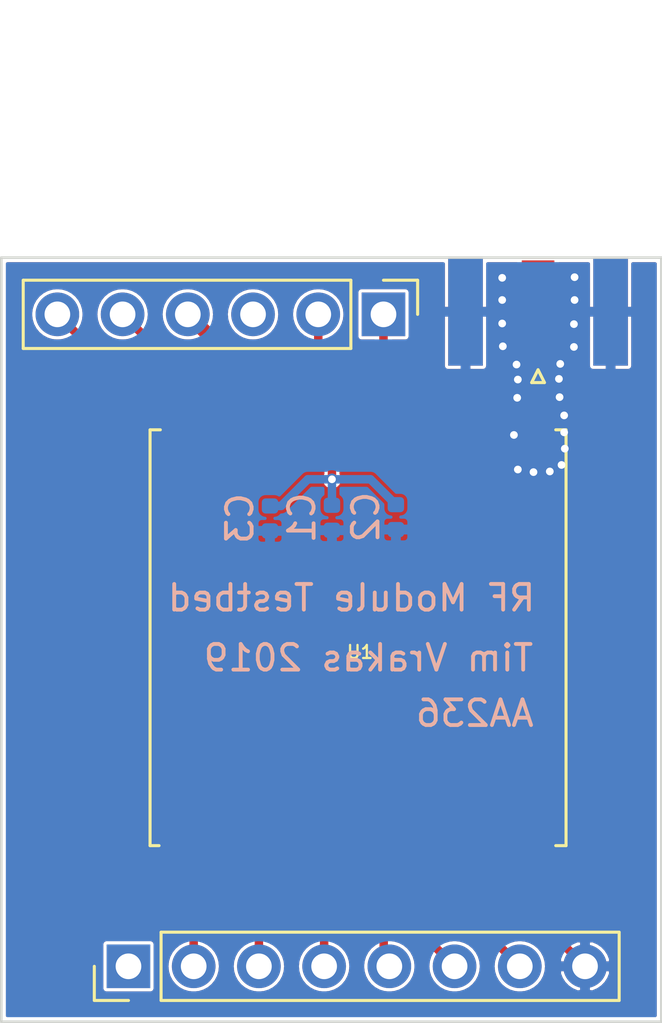
<source format=kicad_pcb>
(kicad_pcb (version 20171130) (host pcbnew "(5.1.4)-1")

  (general
    (thickness 0.6)
    (drawings 8)
    (tracks 65)
    (zones 0)
    (modules 7)
    (nets 14)
  )

  (page A4)
  (title_block
    (title "Project Title")
  )

  (layers
    (0 Top signal)
    (31 Bottom signal)
    (32 B.Adhes user)
    (33 F.Adhes user)
    (34 B.Paste user)
    (35 F.Paste user)
    (36 B.SilkS user)
    (37 F.SilkS user)
    (38 B.Mask user)
    (39 F.Mask user)
    (40 Dwgs.User user)
    (41 Cmts.User user)
    (42 Eco1.User user)
    (43 Eco2.User user)
    (44 Edge.Cuts user)
    (45 Margin user)
    (46 B.CrtYd user)
    (47 F.CrtYd user)
    (48 B.Fab user hide)
    (49 F.Fab user hide)
  )

  (setup
    (last_trace_width 0.0889)
    (user_trace_width 0.0889)
    (user_trace_width 0.127)
    (user_trace_width 0.1524)
    (user_trace_width 0.254)
    (user_trace_width 0.3302)
    (user_trace_width 0.508)
    (user_trace_width 0.54864)
    (user_trace_width 0.6)
    (user_trace_width 0.6096)
    (user_trace_width 1.27)
    (trace_clearance 0.127)
    (zone_clearance 0.127)
    (zone_45_only no)
    (trace_min 0.0889)
    (via_size 0.45)
    (via_drill 0.3)
    (via_min_size 0.45)
    (via_min_drill 0.25)
    (user_via 0.45 0.3)
    (user_via 0.6 0.4)
    (user_via 0.6858 0.3302)
    (user_via 0.762 0.4064)
    (user_via 0.8636 0.508)
    (uvia_size 0.3)
    (uvia_drill 0.1)
    (uvias_allowed no)
    (uvia_min_size 0.2)
    (uvia_min_drill 0.1)
    (edge_width 0.15)
    (segment_width 0.2)
    (pcb_text_width 0.3)
    (pcb_text_size 1.5 1.5)
    (mod_edge_width 0.15)
    (mod_text_size 1 1)
    (mod_text_width 0.15)
    (pad_size 10.16 10.16)
    (pad_drill 0)
    (pad_to_mask_clearance 0.0254)
    (pad_to_paste_clearance -0.0254)
    (aux_axis_origin 0 0)
    (visible_elements 7FFDFF7F)
    (pcbplotparams
      (layerselection 0x010fc_ffffffff)
      (usegerberextensions false)
      (usegerberattributes true)
      (usegerberadvancedattributes false)
      (creategerberjobfile false)
      (excludeedgelayer false)
      (linewidth 0.100000)
      (plotframeref false)
      (viasonmask false)
      (mode 1)
      (useauxorigin true)
      (hpglpennumber 1)
      (hpglpenspeed 20)
      (hpglpendiameter 15.000000)
      (psnegative false)
      (psa4output false)
      (plotreference true)
      (plotvalue true)
      (plotinvisibletext false)
      (padsonsilk false)
      (subtractmaskfromsilk false)
      (outputformat 1)
      (mirror false)
      (drillshape 0)
      (scaleselection 1)
      (outputdirectory "./gerber/"))
  )

  (net 0 "")
  (net 1 GND)
  (net 2 MISO)
  (net 3 SCK)
  (net 4 MOSI)
  (net 5 RF_CS)
  (net 6 RF_RST)
  (net 7 RF_DIO3)
  (net 8 RF_BUSY)
  (net 9 RF_DIO0)
  (net 10 RF_DIO1)
  (net 11 RF_DIO2)
  (net 12 P7)
  (net 13 "Net-(J2-Pad1)")

  (net_class Default "This is the default net class."
    (clearance 0.127)
    (trace_width 0.0889)
    (via_dia 0.45)
    (via_drill 0.3)
    (uvia_dia 0.3)
    (uvia_drill 0.1)
    (add_net MISO)
    (add_net MOSI)
    (add_net "Net-(J2-Pad1)")
    (add_net P7)
    (add_net RF_BUSY)
    (add_net RF_CS)
    (add_net RF_DIO0)
    (add_net RF_DIO1)
    (add_net RF_DIO2)
    (add_net RF_DIO3)
    (add_net RF_RST)
    (add_net SCK)
  )

  (net_class PCC ""
    (clearance 0.127)
    (trace_width 0.0889)
    (via_dia 0.45)
    (via_drill 0.3)
    (uvia_dia 0.3)
    (uvia_drill 0.1)
  )

  (net_class PWR ""
    (clearance 0.127)
    (trace_width 0.0889)
    (via_dia 0.45)
    (via_drill 0.3)
    (uvia_dia 0.3)
    (uvia_drill 0.1)
    (add_net GND)
  )

  (module Connector_PinHeader_2.54mm:PinHeader_1x06_P2.54mm_Vertical (layer Top) (tedit 59FED5CC) (tstamp 5DB606D5)
    (at 160.8836 68.1482 270)
    (descr "Through hole straight pin header, 1x06, 2.54mm pitch, single row")
    (tags "Through hole pin header THT 1x06 2.54mm single row")
    (path /5DB91EBA)
    (fp_text reference J3 (at 0 -2.33 90) (layer F.SilkS) hide
      (effects (font (size 1 1) (thickness 0.15)))
    )
    (fp_text value Conn_01x08_Female (at 0 15.03 90) (layer F.Fab)
      (effects (font (size 1 1) (thickness 0.15)))
    )
    (fp_text user %R (at 0 6.35) (layer F.Fab)
      (effects (font (size 1 1) (thickness 0.15)))
    )
    (fp_line (start 1.8 -1.8) (end -1.8 -1.8) (layer F.CrtYd) (width 0.05))
    (fp_line (start 1.8 14.5) (end 1.8 -1.8) (layer F.CrtYd) (width 0.05))
    (fp_line (start -1.8 14.5) (end 1.8 14.5) (layer F.CrtYd) (width 0.05))
    (fp_line (start -1.8 -1.8) (end -1.8 14.5) (layer F.CrtYd) (width 0.05))
    (fp_line (start -1.33 -1.33) (end 0 -1.33) (layer F.SilkS) (width 0.12))
    (fp_line (start -1.33 0) (end -1.33 -1.33) (layer F.SilkS) (width 0.12))
    (fp_line (start -1.33 1.27) (end 1.33 1.27) (layer F.SilkS) (width 0.12))
    (fp_line (start 1.33 1.27) (end 1.33 14.03) (layer F.SilkS) (width 0.12))
    (fp_line (start -1.33 1.27) (end -1.33 14.03) (layer F.SilkS) (width 0.12))
    (fp_line (start -1.33 14.03) (end 1.33 14.03) (layer F.SilkS) (width 0.12))
    (fp_line (start -1.27 -0.635) (end -0.635 -1.27) (layer F.Fab) (width 0.1))
    (fp_line (start -1.27 13.97) (end -1.27 -0.635) (layer F.Fab) (width 0.1))
    (fp_line (start 1.27 13.97) (end -1.27 13.97) (layer F.Fab) (width 0.1))
    (fp_line (start 1.27 -1.27) (end 1.27 13.97) (layer F.Fab) (width 0.1))
    (fp_line (start -0.635 -1.27) (end 1.27 -1.27) (layer F.Fab) (width 0.1))
    (pad 6 thru_hole oval (at 0 12.7 270) (size 1.7 1.7) (drill 1) (layers *.Cu *.Mask)
      (net 11 RF_DIO2))
    (pad 5 thru_hole oval (at 0 10.16 270) (size 1.7 1.7) (drill 1) (layers *.Cu *.Mask)
      (net 10 RF_DIO1))
    (pad 4 thru_hole oval (at 0 7.62 270) (size 1.7 1.7) (drill 1) (layers *.Cu *.Mask)
      (net 9 RF_DIO0))
    (pad 3 thru_hole oval (at 0 5.08 270) (size 1.7 1.7) (drill 1) (layers *.Cu *.Mask))
    (pad 2 thru_hole oval (at 0 2.54 270) (size 1.7 1.7) (drill 1) (layers *.Cu *.Mask)
      (net 8 RF_BUSY))
    (pad 1 thru_hole rect (at 0 0 270) (size 1.7 1.7) (drill 1) (layers *.Cu *.Mask)
      (net 7 RF_DIO3))
    (model ${KISYS3DMOD}/Connector_PinHeader_2.54mm.3dshapes/PinHeader_1x06_P2.54mm_Vertical.wrl
      (at (xyz 0 0 0))
      (scale (xyz 1 1 1))
      (rotate (xyz 0 0 0))
    )
  )

  (module Capacitor_SMD:C_0402_1005Metric locked (layer Bottom) (tedit 5B301BBE) (tstamp 5DB3B905)
    (at 156.464 76.0984 270)
    (descr "Capacitor SMD 0402 (1005 Metric), square (rectangular) end terminal, IPC_7351 nominal, (Body size source: http://www.tortai-tech.com/upload/download/2011102023233369053.pdf), generated with kicad-footprint-generator")
    (tags capacitor)
    (path /5DA4FC48)
    (attr smd)
    (fp_text reference C3 (at 0 1.17 90) (layer B.SilkS)
      (effects (font (size 1 1) (thickness 0.15)) (justify mirror))
    )
    (fp_text value 10uF (at 0 -1.17 90) (layer B.Fab)
      (effects (font (size 1 1) (thickness 0.15)) (justify mirror))
    )
    (fp_text user %R (at 0 0 90) (layer B.Fab)
      (effects (font (size 0.25 0.25) (thickness 0.04)) (justify mirror))
    )
    (fp_line (start 0.93 -0.47) (end -0.93 -0.47) (layer B.CrtYd) (width 0.05))
    (fp_line (start 0.93 0.47) (end 0.93 -0.47) (layer B.CrtYd) (width 0.05))
    (fp_line (start -0.93 0.47) (end 0.93 0.47) (layer B.CrtYd) (width 0.05))
    (fp_line (start -0.93 -0.47) (end -0.93 0.47) (layer B.CrtYd) (width 0.05))
    (fp_line (start 0.5 -0.25) (end -0.5 -0.25) (layer B.Fab) (width 0.1))
    (fp_line (start 0.5 0.25) (end 0.5 -0.25) (layer B.Fab) (width 0.1))
    (fp_line (start -0.5 0.25) (end 0.5 0.25) (layer B.Fab) (width 0.1))
    (fp_line (start -0.5 -0.25) (end -0.5 0.25) (layer B.Fab) (width 0.1))
    (pad 2 smd roundrect (at 0.485 0 270) (size 0.59 0.64) (layers Bottom B.Paste B.Mask) (roundrect_rratio 0.25)
      (net 1 GND))
    (pad 1 smd roundrect (at -0.485 0 270) (size 0.59 0.64) (layers Bottom B.Paste B.Mask) (roundrect_rratio 0.25)
      (net 9 RF_DIO0))
    (model ${KISYS3DMOD}/Capacitor_SMD.3dshapes/C_0402_1005Metric.wrl
      (at (xyz 0 0 0))
      (scale (xyz 1 1 1))
      (rotate (xyz 0 0 0))
    )
  )

  (module Capacitor_SMD:C_0402_1005Metric locked (layer Bottom) (tedit 5B301BBE) (tstamp 5DB3B8F6)
    (at 161.3662 76.0476 270)
    (descr "Capacitor SMD 0402 (1005 Metric), square (rectangular) end terminal, IPC_7351 nominal, (Body size source: http://www.tortai-tech.com/upload/download/2011102023233369053.pdf), generated with kicad-footprint-generator")
    (tags capacitor)
    (path /5D1C3FDB)
    (attr smd)
    (fp_text reference C2 (at 0 1.17 90) (layer B.SilkS)
      (effects (font (size 1 1) (thickness 0.15)) (justify mirror))
    )
    (fp_text value 1uF (at 0 -1.17 90) (layer B.Fab)
      (effects (font (size 1 1) (thickness 0.15)) (justify mirror))
    )
    (fp_text user %R (at 0 0 90) (layer B.Fab)
      (effects (font (size 0.25 0.25) (thickness 0.04)) (justify mirror))
    )
    (fp_line (start 0.93 -0.47) (end -0.93 -0.47) (layer B.CrtYd) (width 0.05))
    (fp_line (start 0.93 0.47) (end 0.93 -0.47) (layer B.CrtYd) (width 0.05))
    (fp_line (start -0.93 0.47) (end 0.93 0.47) (layer B.CrtYd) (width 0.05))
    (fp_line (start -0.93 -0.47) (end -0.93 0.47) (layer B.CrtYd) (width 0.05))
    (fp_line (start 0.5 -0.25) (end -0.5 -0.25) (layer B.Fab) (width 0.1))
    (fp_line (start 0.5 0.25) (end 0.5 -0.25) (layer B.Fab) (width 0.1))
    (fp_line (start -0.5 0.25) (end 0.5 0.25) (layer B.Fab) (width 0.1))
    (fp_line (start -0.5 -0.25) (end -0.5 0.25) (layer B.Fab) (width 0.1))
    (pad 2 smd roundrect (at 0.485 0 270) (size 0.59 0.64) (layers Bottom B.Paste B.Mask) (roundrect_rratio 0.25)
      (net 1 GND))
    (pad 1 smd roundrect (at -0.485 0 270) (size 0.59 0.64) (layers Bottom B.Paste B.Mask) (roundrect_rratio 0.25)
      (net 9 RF_DIO0))
    (model ${KISYS3DMOD}/Capacitor_SMD.3dshapes/C_0402_1005Metric.wrl
      (at (xyz 0 0 0))
      (scale (xyz 1 1 1))
      (rotate (xyz 0 0 0))
    )
  )

  (module Capacitor_SMD:C_0402_1005Metric locked (layer Bottom) (tedit 5B301BBE) (tstamp 5DB3B8E7)
    (at 158.877 76.073 270)
    (descr "Capacitor SMD 0402 (1005 Metric), square (rectangular) end terminal, IPC_7351 nominal, (Body size source: http://www.tortai-tech.com/upload/download/2011102023233369053.pdf), generated with kicad-footprint-generator")
    (tags capacitor)
    (path /5DA4F94A)
    (attr smd)
    (fp_text reference C1 (at 0 1.17 270) (layer B.SilkS)
      (effects (font (size 1 1) (thickness 0.15)) (justify mirror))
    )
    (fp_text value 0.1uF (at 0 -1.17 270) (layer B.Fab)
      (effects (font (size 1 1) (thickness 0.15)) (justify mirror))
    )
    (fp_text user %R (at 0 0 270) (layer B.Fab)
      (effects (font (size 0.25 0.25) (thickness 0.04)) (justify mirror))
    )
    (fp_line (start 0.93 -0.47) (end -0.93 -0.47) (layer B.CrtYd) (width 0.05))
    (fp_line (start 0.93 0.47) (end 0.93 -0.47) (layer B.CrtYd) (width 0.05))
    (fp_line (start -0.93 0.47) (end 0.93 0.47) (layer B.CrtYd) (width 0.05))
    (fp_line (start -0.93 -0.47) (end -0.93 0.47) (layer B.CrtYd) (width 0.05))
    (fp_line (start 0.5 -0.25) (end -0.5 -0.25) (layer B.Fab) (width 0.1))
    (fp_line (start 0.5 0.25) (end 0.5 -0.25) (layer B.Fab) (width 0.1))
    (fp_line (start -0.5 0.25) (end 0.5 0.25) (layer B.Fab) (width 0.1))
    (fp_line (start -0.5 -0.25) (end -0.5 0.25) (layer B.Fab) (width 0.1))
    (pad 2 smd roundrect (at 0.485 0 270) (size 0.59 0.64) (layers Bottom B.Paste B.Mask) (roundrect_rratio 0.25)
      (net 1 GND))
    (pad 1 smd roundrect (at -0.485 0 270) (size 0.59 0.64) (layers Bottom B.Paste B.Mask) (roundrect_rratio 0.25)
      (net 9 RF_DIO0))
    (model ${KISYS3DMOD}/Capacitor_SMD.3dshapes/C_0402_1005Metric.wrl
      (at (xyz 0 0 0))
      (scale (xyz 1 1 1))
      (rotate (xyz 0 0 0))
    )
  )

  (module Connector_Coaxial:SMA_Samtec_SMA-J-P-H-ST-EM1_EdgeMount (layer Top) (tedit 5BA382C0) (tstamp 5DB3ADA8)
    (at 166.9034 68.0466 90)
    (descr http://suddendocs.samtec.com/prints/sma-j-p-x-st-em1-mkt.pdf)
    (tags SMA)
    (path /5DB557F3)
    (attr smd)
    (fp_text reference J2 (at -3.5 0) (layer F.SilkS) hide
      (effects (font (size 1 1) (thickness 0.15)))
    )
    (fp_text value Conn_Coaxial (at 5 5.9 90) (layer F.Fab)
      (effects (font (size 1 1) (thickness 0.15)))
    )
    (fp_text user "PCB Edge" (at 2.6 0) (layer Dwgs.User)
      (effects (font (size 0.5 0.5) (thickness 0.1)))
    )
    (fp_line (start 2.1 -3.5) (end 2.1 3.5) (layer Dwgs.User) (width 0.1))
    (fp_line (start 3 4.5) (end 3 4) (layer B.CrtYd) (width 0.05))
    (fp_line (start 12.12 4.5) (end 3 4.5) (layer B.CrtYd) (width 0.05))
    (fp_line (start 3 -4.5) (end 3 -4) (layer B.CrtYd) (width 0.05))
    (fp_line (start 12.12 -4.5) (end 3 -4.5) (layer B.CrtYd) (width 0.05))
    (fp_line (start 3 -4.5) (end 3 -4) (layer F.CrtYd) (width 0.05))
    (fp_line (start 12.12 -4.5) (end 3 -4.5) (layer F.CrtYd) (width 0.05))
    (fp_line (start 3 4.5) (end 3 4) (layer F.CrtYd) (width 0.05))
    (fp_line (start 12.12 4.5) (end 3 4.5) (layer F.CrtYd) (width 0.05))
    (fp_line (start -1.71 3.175) (end 11.62 3.175) (layer F.Fab) (width 0.1))
    (fp_line (start -1.71 2.365) (end -1.71 3.175) (layer F.Fab) (width 0.1))
    (fp_line (start 2.1 2.365) (end -1.71 2.365) (layer F.Fab) (width 0.1))
    (fp_line (start 2.1 -2.365) (end 2.1 2.365) (layer F.Fab) (width 0.1))
    (fp_line (start -1.71 -2.365) (end 2.1 -2.365) (layer F.Fab) (width 0.1))
    (fp_line (start -1.71 -3.175) (end -1.71 -2.365) (layer F.Fab) (width 0.1))
    (fp_line (start -1.71 -3.175) (end 11.62 -3.175) (layer F.Fab) (width 0.1))
    (fp_line (start 11.62 -3.165) (end 11.62 3.165) (layer F.Fab) (width 0.1))
    (fp_line (start -2.6 4) (end -2.6 -4) (layer B.CrtYd) (width 0.05))
    (fp_line (start 3 4) (end -2.6 4) (layer B.CrtYd) (width 0.05))
    (fp_line (start 12.12 -4.5) (end 12.12 4.5) (layer B.CrtYd) (width 0.05))
    (fp_line (start 3 -4) (end -2.6 -4) (layer B.CrtYd) (width 0.05))
    (fp_line (start -2.6 4) (end -2.6 -4) (layer F.CrtYd) (width 0.05))
    (fp_line (start 3 4) (end -2.6 4) (layer F.CrtYd) (width 0.05))
    (fp_line (start 12.12 -4.5) (end 12.12 4.5) (layer F.CrtYd) (width 0.05))
    (fp_line (start 3 -4) (end -2.6 -4) (layer F.CrtYd) (width 0.05))
    (fp_text user %R (at 4.79 0 180) (layer F.Fab)
      (effects (font (size 1 1) (thickness 0.15)))
    )
    (fp_line (start 2.1 -0.75) (end 3.1 0) (layer F.Fab) (width 0.1))
    (fp_line (start 3.1 0) (end 2.1 0.75) (layer F.Fab) (width 0.1))
    (fp_line (start -2.26 0) (end -2.76 -0.25) (layer F.SilkS) (width 0.12))
    (fp_line (start -2.76 -0.25) (end -2.76 0.25) (layer F.SilkS) (width 0.12))
    (fp_line (start -2.76 0.25) (end -2.26 0) (layer F.SilkS) (width 0.12))
    (pad 1 smd rect (at 0.2 0 180) (size 1.27 3.6) (layers Top F.Paste F.Mask)
      (net 13 "Net-(J2-Pad1)"))
    (pad 2 smd rect (at 0 -2.825 180) (size 1.35 4.2) (layers Top F.Paste F.Mask)
      (net 1 GND))
    (pad 2 smd rect (at 0 2.825 180) (size 1.35 4.2) (layers Top F.Paste F.Mask)
      (net 1 GND))
    (pad 2 smd rect (at 0 -2.825 180) (size 1.35 4.2) (layers Bottom B.Paste B.Mask)
      (net 1 GND))
    (pad 2 smd rect (at 0 2.825 180) (size 1.35 4.2) (layers Bottom B.Paste B.Mask)
      (net 1 GND))
    (model ${KISYS3DMOD}/Connector_Coaxial.3dshapes/SMA_Samtec_SMA-J-P-H-ST-EM1_EdgeMount.wrl
      (at (xyz 0 0 0))
      (scale (xyz 1 1 1))
      (rotate (xyz 0 0 0))
    )
  )

  (module Connector_PinHeader_2.54mm:PinHeader_1x08_P2.54mm_Vertical (layer Top) (tedit 59FED5CC) (tstamp 5DB3AD7F)
    (at 150.9522 93.5482 90)
    (descr "Through hole straight pin header, 1x08, 2.54mm pitch, single row")
    (tags "Through hole pin header THT 1x08 2.54mm single row")
    (path /5DB8D0CF)
    (fp_text reference J1 (at 0 -2.33 90) (layer F.SilkS) hide
      (effects (font (size 1 1) (thickness 0.15)))
    )
    (fp_text value Conn_01x08_Female (at 0 20.11 90) (layer F.Fab)
      (effects (font (size 1 1) (thickness 0.15)))
    )
    (fp_text user %R (at 0 8.89) (layer F.Fab)
      (effects (font (size 1 1) (thickness 0.15)))
    )
    (fp_line (start 1.8 -1.8) (end -1.8 -1.8) (layer F.CrtYd) (width 0.05))
    (fp_line (start 1.8 19.55) (end 1.8 -1.8) (layer F.CrtYd) (width 0.05))
    (fp_line (start -1.8 19.55) (end 1.8 19.55) (layer F.CrtYd) (width 0.05))
    (fp_line (start -1.8 -1.8) (end -1.8 19.55) (layer F.CrtYd) (width 0.05))
    (fp_line (start -1.33 -1.33) (end 0 -1.33) (layer F.SilkS) (width 0.12))
    (fp_line (start -1.33 0) (end -1.33 -1.33) (layer F.SilkS) (width 0.12))
    (fp_line (start -1.33 1.27) (end 1.33 1.27) (layer F.SilkS) (width 0.12))
    (fp_line (start 1.33 1.27) (end 1.33 19.11) (layer F.SilkS) (width 0.12))
    (fp_line (start -1.33 1.27) (end -1.33 19.11) (layer F.SilkS) (width 0.12))
    (fp_line (start -1.33 19.11) (end 1.33 19.11) (layer F.SilkS) (width 0.12))
    (fp_line (start -1.27 -0.635) (end -0.635 -1.27) (layer F.Fab) (width 0.1))
    (fp_line (start -1.27 19.05) (end -1.27 -0.635) (layer F.Fab) (width 0.1))
    (fp_line (start 1.27 19.05) (end -1.27 19.05) (layer F.Fab) (width 0.1))
    (fp_line (start 1.27 -1.27) (end 1.27 19.05) (layer F.Fab) (width 0.1))
    (fp_line (start -0.635 -1.27) (end 1.27 -1.27) (layer F.Fab) (width 0.1))
    (pad 8 thru_hole oval (at 0 17.78 90) (size 1.7 1.7) (drill 1) (layers *.Cu *.Mask)
      (net 1 GND))
    (pad 7 thru_hole oval (at 0 15.24 90) (size 1.7 1.7) (drill 1) (layers *.Cu *.Mask)
      (net 12 P7))
    (pad 6 thru_hole oval (at 0 12.7 90) (size 1.7 1.7) (drill 1) (layers *.Cu *.Mask)
      (net 6 RF_RST))
    (pad 5 thru_hole oval (at 0 10.16 90) (size 1.7 1.7) (drill 1) (layers *.Cu *.Mask)
      (net 5 RF_CS))
    (pad 4 thru_hole oval (at 0 7.62 90) (size 1.7 1.7) (drill 1) (layers *.Cu *.Mask)
      (net 3 SCK))
    (pad 3 thru_hole oval (at 0 5.08 90) (size 1.7 1.7) (drill 1) (layers *.Cu *.Mask)
      (net 4 MOSI))
    (pad 2 thru_hole oval (at 0 2.54 90) (size 1.7 1.7) (drill 1) (layers *.Cu *.Mask)
      (net 2 MISO))
    (pad 1 thru_hole rect (at 0 0 90) (size 1.7 1.7) (drill 1) (layers *.Cu *.Mask))
    (model ${KISYS3DMOD}/Connector_PinHeader_2.54mm.3dshapes/PinHeader_1x08_P2.54mm_Vertical.wrl
      (at (xyz 0 0 0))
      (scale (xyz 1 1 1))
      (rotate (xyz 0 0 0))
    )
  )

  (module RF_Module:HOPERF_RFM9XW_SMD locked (layer Top) (tedit 5D192088) (tstamp 5D17E795)
    (at 159.893 80.7466 90)
    (descr "Low Power Long Range Transceiver Module SMD-16 (https://www.hoperf.com/data/upload/portal/20181127/5bfcbea20e9ef.pdf)")
    (tags "LoRa Low Power Long Range Transceiver Module")
    (path /5D188C92)
    (attr smd)
    (fp_text reference U1 (at -0.5588 0.0762) (layer F.SilkS)
      (effects (font (size 0.508 0.508) (thickness 0.0889)))
    )
    (fp_text value RFM95W-915S2 (at 0 9.5 90) (layer F.Fab)
      (effects (font (size 1 1) (thickness 0.15)))
    )
    (fp_line (start -7 -8) (end -8 -7) (layer F.Fab) (width 0.1))
    (fp_line (start -8.1 -8.1) (end -8.1 -7.75) (layer F.SilkS) (width 0.12))
    (fp_line (start 8.1 8.1) (end 8.1 7.7) (layer F.SilkS) (width 0.12))
    (fp_line (start -8.1 8.1) (end 8.1 8.1) (layer F.SilkS) (width 0.12))
    (fp_line (start -8.1 7.7) (end -8.1 8.1) (layer F.SilkS) (width 0.12))
    (fp_line (start 8.1 -8.1) (end 8.1 -7.7) (layer F.SilkS) (width 0.12))
    (fp_line (start -8.1 -8.1) (end 8.1 -8.1) (layer F.SilkS) (width 0.12))
    (fp_line (start -9.25 8.25) (end -9.25 -8.25) (layer F.CrtYd) (width 0.05))
    (fp_line (start -9.25 8.25) (end 9.25 8.25) (layer F.CrtYd) (width 0.05))
    (fp_line (start 9.25 -8.25) (end 9.25 8.25) (layer F.CrtYd) (width 0.05))
    (fp_line (start -9.25 -8.25) (end 9.25 -8.25) (layer F.CrtYd) (width 0.05))
    (fp_text user %R (at 0 0 90) (layer F.Fab)
      (effects (font (size 1 1) (thickness 0.15)))
    )
    (fp_line (start -8 8) (end -8 -7) (layer F.Fab) (width 0.1))
    (fp_line (start -8 8) (end 8 8) (layer F.Fab) (width 0.1))
    (fp_line (start 8 8) (end 8 -8) (layer F.Fab) (width 0.1))
    (fp_line (start -7 -8) (end 8 -8) (layer F.Fab) (width 0.1))
    (pad 16 smd rect (at 7.9 -7 90) (size 1.8 1) (layers Top F.Paste F.Mask)
      (net 11 RF_DIO2))
    (pad 15 smd rect (at 7.9 -5 90) (size 1.8 1) (layers Top F.Paste F.Mask)
      (net 10 RF_DIO1))
    (pad 14 smd rect (at 7.9 -3 90) (size 1.8 1) (layers Top F.Paste F.Mask)
      (net 9 RF_DIO0))
    (pad 13 smd rect (at 7.9 -1 90) (size 1.8 1) (layers Top F.Paste F.Mask)
      (net 9 RF_DIO0))
    (pad 12 smd rect (at 7.9 1 90) (size 1.8 1) (layers Top F.Paste F.Mask)
      (net 8 RF_BUSY))
    (pad 11 smd rect (at 7.9 3 90) (size 1.8 1) (layers Top F.Paste F.Mask)
      (net 7 RF_DIO3))
    (pad 10 smd rect (at 7.9 5 90) (size 1.8 1) (layers Top F.Paste F.Mask)
      (net 1 GND))
    (pad 9 smd rect (at 7.9 7 90) (size 1.8 1) (layers Top F.Paste F.Mask)
      (net 13 "Net-(J2-Pad1)"))
    (pad 8 smd rect (at -7.9 7 90) (size 1.8 1) (layers Top F.Paste F.Mask)
      (net 1 GND))
    (pad 7 smd rect (at -7.9 5 90) (size 1.8 1) (layers Top F.Paste F.Mask)
      (net 12 P7))
    (pad 6 smd rect (at -7.9 3 90) (size 1.8 1) (layers Top F.Paste F.Mask)
      (net 6 RF_RST))
    (pad 5 smd rect (at -7.9 1 90) (size 1.8 1) (layers Top F.Paste F.Mask)
      (net 5 RF_CS))
    (pad 4 smd rect (at -7.9 -1 90) (size 1.8 1) (layers Top F.Paste F.Mask)
      (net 3 SCK))
    (pad 3 smd rect (at -7.9 -3 90) (size 1.8 1) (layers Top F.Paste F.Mask)
      (net 4 MOSI))
    (pad 2 smd rect (at -7.9 -5 90) (size 1.8 1) (layers Top F.Paste F.Mask)
      (net 2 MISO))
    (pad 1 smd rect (at -7.9 -7 90) (size 1.8 1) (layers Top F.Paste F.Mask)
      (net 1 GND))
    (model ${CUSTOM_FOOTPRINT_DIR}/3d/RFM95.step
      (offset (xyz 8 -8 0))
      (scale (xyz 1 1 1))
      (rotate (xyz -90 0 180))
    )
  )

  (gr_text AA236 (at 164.4396 83.693) (layer B.SilkS)
    (effects (font (size 1 1) (thickness 0.15)) (justify mirror))
  )
  (gr_text "Tim Vrakas 2019" (at 160.2994 81.534) (layer B.SilkS)
    (effects (font (size 1 1) (thickness 0.15)) (justify mirror))
  )
  (gr_text "RF Module Testbed" (at 159.639 79.1972) (layer B.SilkS)
    (effects (font (size 1 1) (thickness 0.15)) (justify mirror))
  )
  (gr_line (start 145.9992 65.9384) (end 170.4086 65.9384) (layer Edge.Cuts) (width 0.1))
  (gr_line (start 145.9992 95.7072) (end 145.9992 65.9384) (layer Edge.Cuts) (width 0.1))
  (gr_line (start 171.704 95.7072) (end 145.9992 95.7072) (layer Edge.Cuts) (width 0.1))
  (gr_line (start 171.704 65.9384) (end 171.704 95.7072) (layer Edge.Cuts) (width 0.1))
  (gr_line (start 170.4086 65.9384) (end 171.704 65.9384) (layer Edge.Cuts) (width 0.1))

  (via (at 168.3258 67.5894) (size 0.45) (drill 0.3) (layers Top Bottom) (net 1))
  (segment (start 166.893 91.709) (end 168.7322 93.5482) (width 0.3302) (layer Top) (net 1))
  (segment (start 166.893 88.6466) (end 166.893 91.709) (width 0.3302) (layer Top) (net 1))
  (via (at 166.0652 70.104) (size 0.45) (drill 0.3) (layers Top Bottom) (net 1))
  (via (at 166.116 70.6882) (size 0.45) (drill 0.3) (layers Top Bottom) (net 1))
  (via (at 166.0906 71.3994) (size 0.45) (drill 0.3) (layers Top Bottom) (net 1))
  (via (at 167.767 70.0786) (size 0.45) (drill 0.3) (layers Top Bottom) (net 1))
  (via (at 167.7162 70.6628) (size 0.45) (drill 0.3) (layers Top Bottom) (net 1))
  (via (at 167.7416 71.374) (size 0.45) (drill 0.3) (layers Top Bottom) (net 1))
  (via (at 167.9194 72.0852) (size 0.45) (drill 0.3) (layers Top Bottom) (net 1))
  (via (at 167.9194 72.7456) (size 0.45) (drill 0.3) (layers Top Bottom) (net 1))
  (via (at 167.9448 73.3806) (size 0.45) (drill 0.3) (layers Top Bottom) (net 1))
  (via (at 167.8178 74.0156) (size 0.45) (drill 0.3) (layers Top Bottom) (net 1))
  (via (at 167.3606 74.2696) (size 0.45) (drill 0.3) (layers Top Bottom) (net 1))
  (via (at 166.7256 74.295) (size 0.45) (drill 0.3) (layers Top Bottom) (net 1))
  (via (at 166.116 74.1934) (size 0.45) (drill 0.3) (layers Top Bottom) (net 1))
  (via (at 165.9636 72.8472) (size 0.45) (drill 0.3) (layers Top Bottom) (net 1))
  (via (at 165.5064 66.7258) (size 0.45) (drill 0.3) (layers Top Bottom) (net 1))
  (via (at 165.5064 67.5894) (size 0.45) (drill 0.3) (layers Top Bottom) (net 1))
  (via (at 165.5064 68.5038) (size 0.45) (drill 0.3) (layers Top Bottom) (net 1))
  (via (at 165.5318 69.3928) (size 0.45) (drill 0.3) (layers Top Bottom) (net 1))
  (via (at 168.3004 69.4182) (size 0.45) (drill 0.3) (layers Top Bottom) (net 1))
  (via (at 168.3004 68.5292) (size 0.45) (drill 0.3) (layers Top Bottom) (net 1))
  (via (at 168.3258 66.7004) (size 0.45) (drill 0.3) (layers Top Bottom) (net 1))
  (segment (start 154.893 88.6466) (end 154.893 90.2424) (width 0.3302) (layer Top) (net 2))
  (segment (start 153.4922 91.6432) (end 153.4922 93.5482) (width 0.3302) (layer Top) (net 2))
  (segment (start 154.893 90.2424) (end 153.4922 91.6432) (width 0.3302) (layer Top) (net 2))
  (segment (start 158.893 88.6466) (end 158.893 90.5858) (width 0.3302) (layer Top) (net 3))
  (segment (start 158.5722 90.9066) (end 158.5722 93.5482) (width 0.3302) (layer Top) (net 3))
  (segment (start 158.893 90.5858) (end 158.5722 90.9066) (width 0.3302) (layer Top) (net 3))
  (segment (start 156.0322 91.059) (end 156.0322 93.5482) (width 0.3302) (layer Top) (net 4))
  (segment (start 156.893 88.6466) (end 156.893 90.1982) (width 0.3302) (layer Top) (net 4))
  (segment (start 156.893 90.1982) (end 156.0322 91.059) (width 0.3302) (layer Top) (net 4))
  (segment (start 160.893 93.329) (end 161.1122 93.5482) (width 0.3302) (layer Top) (net 5))
  (segment (start 160.893 88.6466) (end 160.893 93.329) (width 0.3302) (layer Top) (net 5))
  (segment (start 162.893 92.789) (end 163.6522 93.5482) (width 0.3302) (layer Top) (net 6))
  (segment (start 162.893 88.6466) (end 162.893 92.789) (width 0.3302) (layer Top) (net 6))
  (segment (start 162.893 72.4466) (end 162.893 72.8466) (width 0.3302) (layer Top) (net 7))
  (segment (start 160.8836 70.4372) (end 162.893 72.4466) (width 0.3302) (layer Top) (net 7))
  (segment (start 160.8836 68.1482) (end 160.8836 70.4372) (width 0.3302) (layer Top) (net 7))
  (segment (start 158.3436 69.8972) (end 158.3436 68.1482) (width 0.3302) (layer Top) (net 8))
  (segment (start 160.893 72.8466) (end 160.893 72.4466) (width 0.3302) (layer Top) (net 8))
  (segment (start 160.893 72.4466) (end 158.3436 69.8972) (width 0.3302) (layer Top) (net 8))
  (via (at 158.877 74.5744) (size 0.45) (drill 0.3) (layers Top Bottom) (net 9))
  (segment (start 158.877 75.588) (end 158.877 74.5744) (width 0.3302) (layer Bottom) (net 9))
  (segment (start 158.877 72.8626) (end 158.893 72.8466) (width 0.3302) (layer Top) (net 9))
  (segment (start 158.877 74.5744) (end 158.877 72.8626) (width 0.3302) (layer Top) (net 9))
  (segment (start 156.464 75.6134) (end 156.8982 75.6134) (width 0.3302) (layer Bottom) (net 9))
  (segment (start 157.9372 74.5744) (end 158.877 74.5744) (width 0.3302) (layer Bottom) (net 9))
  (segment (start 156.8982 75.6134) (end 157.9372 74.5744) (width 0.3302) (layer Bottom) (net 9))
  (segment (start 160.378 74.5744) (end 158.877 74.5744) (width 0.3302) (layer Bottom) (net 9))
  (segment (start 161.3662 75.5626) (end 160.378 74.5744) (width 0.3302) (layer Bottom) (net 9))
  (segment (start 156.893 72.4466) (end 156.893 72.8466) (width 0.54864) (layer Top) (net 9))
  (segment (start 154.113599 69.667199) (end 156.893 72.4466) (width 0.54864) (layer Top) (net 9))
  (segment (start 153.2636 68.1482) (end 154.113599 68.998199) (width 0.54864) (layer Top) (net 9))
  (segment (start 154.113599 68.998199) (end 154.113599 69.667199) (width 0.54864) (layer Top) (net 9))
  (segment (start 156.893 72.8466) (end 158.893 72.8466) (width 0.54864) (layer Top) (net 9))
  (segment (start 154.893 72.3176) (end 154.893 72.8466) (width 0.3302) (layer Top) (net 10))
  (segment (start 150.7236 68.1482) (end 154.893 72.3176) (width 0.3302) (layer Top) (net 10))
  (segment (start 152.882 72.8466) (end 152.893 72.8466) (width 0.3302) (layer Top) (net 11))
  (segment (start 148.1836 68.1482) (end 152.882 72.8466) (width 0.3302) (layer Top) (net 11))
  (segment (start 164.893 92.249) (end 166.1922 93.5482) (width 0.3302) (layer Top) (net 12))
  (segment (start 164.893 88.6466) (end 164.893 92.249) (width 0.3302) (layer Top) (net 12))
  (segment (start 166.9034 72.8362) (end 166.893 72.8466) (width 0.6) (layer Top) (net 13))
  (segment (start 166.9034 67.8466) (end 166.9034 72.8362) (width 0.6) (layer Top) (net 13))

  (zone (net 1) (net_name GND) (layer Top) (tstamp 0) (hatch edge 0.508)
    (connect_pads (clearance 0.127))
    (min_thickness 0.127)
    (fill yes (arc_segments 32) (thermal_gap 0.127) (thermal_bridge_width 0.381))
    (polygon
      (pts
        (xy 145.9992 65.9384) (xy 171.704 65.9384) (xy 171.704 95.7072) (xy 145.9992 95.7072)
      )
    )
    (filled_polygon
      (pts
        (xy 163.2129 67.871975) (xy 163.260525 67.9196) (xy 163.9514 67.9196) (xy 163.9514 67.8996) (xy 164.2054 67.8996)
        (xy 164.2054 67.9196) (xy 164.896275 67.9196) (xy 164.9439 67.871975) (xy 164.944711 66.1789) (xy 166.076979 66.1789)
        (xy 166.076979 69.6466) (xy 166.080657 69.683944) (xy 166.09155 69.719854) (xy 166.109239 69.752948) (xy 166.133045 69.781955)
        (xy 166.162052 69.805761) (xy 166.195146 69.82345) (xy 166.231056 69.834343) (xy 166.2684 69.838021) (xy 166.4081 69.838021)
        (xy 166.4081 71.755179) (xy 166.393 71.755179) (xy 166.355656 71.758857) (xy 166.319746 71.76975) (xy 166.286652 71.787439)
        (xy 166.257645 71.811245) (xy 166.233839 71.840252) (xy 166.21615 71.873346) (xy 166.205257 71.909256) (xy 166.201579 71.9466)
        (xy 166.201579 73.7466) (xy 166.205257 73.783944) (xy 166.21615 73.819854) (xy 166.233839 73.852948) (xy 166.257645 73.881955)
        (xy 166.286652 73.905761) (xy 166.319746 73.92345) (xy 166.355656 73.934343) (xy 166.393 73.938021) (xy 167.393 73.938021)
        (xy 167.430344 73.934343) (xy 167.466254 73.92345) (xy 167.499348 73.905761) (xy 167.528355 73.881955) (xy 167.552161 73.852948)
        (xy 167.56985 73.819854) (xy 167.580743 73.783944) (xy 167.584421 73.7466) (xy 167.584421 71.9466) (xy 167.580743 71.909256)
        (xy 167.56985 71.873346) (xy 167.552161 71.840252) (xy 167.528355 71.811245) (xy 167.499348 71.787439) (xy 167.466254 71.76975)
        (xy 167.430344 71.758857) (xy 167.3987 71.75574) (xy 167.3987 70.1466) (xy 168.861978 70.1466) (xy 168.865656 70.183945)
        (xy 168.876549 70.219854) (xy 168.894238 70.252948) (xy 168.918044 70.281956) (xy 168.947052 70.305762) (xy 168.980146 70.323451)
        (xy 169.016055 70.334344) (xy 169.0534 70.338022) (xy 169.553775 70.3371) (xy 169.6014 70.289475) (xy 169.6014 68.1736)
        (xy 169.8554 68.1736) (xy 169.8554 70.289475) (xy 169.903025 70.3371) (xy 170.4034 70.338022) (xy 170.440745 70.334344)
        (xy 170.476654 70.323451) (xy 170.509748 70.305762) (xy 170.538756 70.281956) (xy 170.562562 70.252948) (xy 170.580251 70.219854)
        (xy 170.591144 70.183945) (xy 170.594822 70.1466) (xy 170.5939 68.221225) (xy 170.546275 68.1736) (xy 169.8554 68.1736)
        (xy 169.6014 68.1736) (xy 168.910525 68.1736) (xy 168.8629 68.221225) (xy 168.861978 70.1466) (xy 167.3987 70.1466)
        (xy 167.3987 69.838021) (xy 167.5384 69.838021) (xy 167.575744 69.834343) (xy 167.611654 69.82345) (xy 167.644748 69.805761)
        (xy 167.673755 69.781955) (xy 167.697561 69.752948) (xy 167.71525 69.719854) (xy 167.726143 69.683944) (xy 167.729821 69.6466)
        (xy 167.729821 66.1789) (xy 168.862089 66.1789) (xy 168.8629 67.871975) (xy 168.910525 67.9196) (xy 169.6014 67.9196)
        (xy 169.6014 67.8996) (xy 169.8554 67.8996) (xy 169.8554 67.9196) (xy 170.546275 67.9196) (xy 170.5939 67.871975)
        (xy 170.594711 66.1789) (xy 171.4635 66.1789) (xy 171.463501 95.4667) (xy 146.2397 95.4667) (xy 146.2397 92.6982)
        (xy 149.910779 92.6982) (xy 149.910779 94.3982) (xy 149.914457 94.435544) (xy 149.92535 94.471454) (xy 149.943039 94.504548)
        (xy 149.966845 94.533555) (xy 149.995852 94.557361) (xy 150.028946 94.57505) (xy 150.064856 94.585943) (xy 150.1022 94.589621)
        (xy 151.8022 94.589621) (xy 151.839544 94.585943) (xy 151.875454 94.57505) (xy 151.908548 94.557361) (xy 151.937555 94.533555)
        (xy 151.961361 94.504548) (xy 151.97905 94.471454) (xy 151.989943 94.435544) (xy 151.993621 94.3982) (xy 151.993621 93.5482)
        (xy 152.446666 93.5482) (xy 152.466756 93.752174) (xy 152.526253 93.948309) (xy 152.62287 94.129068) (xy 152.752896 94.287504)
        (xy 152.911332 94.41753) (xy 153.092091 94.514147) (xy 153.288226 94.573644) (xy 153.44109 94.5887) (xy 153.54331 94.5887)
        (xy 153.696174 94.573644) (xy 153.892309 94.514147) (xy 154.073068 94.41753) (xy 154.231504 94.287504) (xy 154.36153 94.129068)
        (xy 154.458147 93.948309) (xy 154.517644 93.752174) (xy 154.537734 93.5482) (xy 154.986666 93.5482) (xy 155.006756 93.752174)
        (xy 155.066253 93.948309) (xy 155.16287 94.129068) (xy 155.292896 94.287504) (xy 155.451332 94.41753) (xy 155.632091 94.514147)
        (xy 155.828226 94.573644) (xy 155.98109 94.5887) (xy 156.08331 94.5887) (xy 156.236174 94.573644) (xy 156.432309 94.514147)
        (xy 156.613068 94.41753) (xy 156.771504 94.287504) (xy 156.90153 94.129068) (xy 156.998147 93.948309) (xy 157.057644 93.752174)
        (xy 157.077734 93.5482) (xy 157.526666 93.5482) (xy 157.546756 93.752174) (xy 157.606253 93.948309) (xy 157.70287 94.129068)
        (xy 157.832896 94.287504) (xy 157.991332 94.41753) (xy 158.172091 94.514147) (xy 158.368226 94.573644) (xy 158.52109 94.5887)
        (xy 158.62331 94.5887) (xy 158.776174 94.573644) (xy 158.972309 94.514147) (xy 159.153068 94.41753) (xy 159.311504 94.287504)
        (xy 159.44153 94.129068) (xy 159.538147 93.948309) (xy 159.597644 93.752174) (xy 159.617734 93.5482) (xy 160.066666 93.5482)
        (xy 160.086756 93.752174) (xy 160.146253 93.948309) (xy 160.24287 94.129068) (xy 160.372896 94.287504) (xy 160.531332 94.41753)
        (xy 160.712091 94.514147) (xy 160.908226 94.573644) (xy 161.06109 94.5887) (xy 161.16331 94.5887) (xy 161.316174 94.573644)
        (xy 161.512309 94.514147) (xy 161.693068 94.41753) (xy 161.851504 94.287504) (xy 161.98153 94.129068) (xy 162.078147 93.948309)
        (xy 162.137644 93.752174) (xy 162.157734 93.5482) (xy 162.137644 93.344226) (xy 162.078147 93.148091) (xy 161.98153 92.967332)
        (xy 161.851504 92.808896) (xy 161.693068 92.67887) (xy 161.512309 92.582253) (xy 161.316174 92.522756) (xy 161.2486 92.5161)
        (xy 161.2486 89.738021) (xy 161.393 89.738021) (xy 161.430344 89.734343) (xy 161.466254 89.72345) (xy 161.499348 89.705761)
        (xy 161.528355 89.681955) (xy 161.552161 89.652948) (xy 161.56985 89.619854) (xy 161.580743 89.583944) (xy 161.584421 89.5466)
        (xy 161.584421 87.7466) (xy 162.201579 87.7466) (xy 162.201579 89.5466) (xy 162.205257 89.583944) (xy 162.21615 89.619854)
        (xy 162.233839 89.652948) (xy 162.257645 89.681955) (xy 162.286652 89.705761) (xy 162.319746 89.72345) (xy 162.355656 89.734343)
        (xy 162.393 89.738021) (xy 162.5374 89.738021) (xy 162.537401 92.771535) (xy 162.535681 92.789) (xy 162.542546 92.85871)
        (xy 162.56288 92.925741) (xy 162.57939 92.956628) (xy 162.5959 92.987516) (xy 162.640338 93.041663) (xy 162.653901 93.052794)
        (xy 162.708178 93.107071) (xy 162.686253 93.148091) (xy 162.626756 93.344226) (xy 162.606666 93.5482) (xy 162.626756 93.752174)
        (xy 162.686253 93.948309) (xy 162.78287 94.129068) (xy 162.912896 94.287504) (xy 163.071332 94.41753) (xy 163.252091 94.514147)
        (xy 163.448226 94.573644) (xy 163.60109 94.5887) (xy 163.70331 94.5887) (xy 163.856174 94.573644) (xy 164.052309 94.514147)
        (xy 164.233068 94.41753) (xy 164.391504 94.287504) (xy 164.52153 94.129068) (xy 164.618147 93.948309) (xy 164.677644 93.752174)
        (xy 164.697734 93.5482) (xy 164.677644 93.344226) (xy 164.618147 93.148091) (xy 164.52153 92.967332) (xy 164.391504 92.808896)
        (xy 164.233068 92.67887) (xy 164.052309 92.582253) (xy 163.856174 92.522756) (xy 163.70331 92.5077) (xy 163.60109 92.5077)
        (xy 163.448226 92.522756) (xy 163.252091 92.582253) (xy 163.2486 92.584119) (xy 163.2486 89.738021) (xy 163.393 89.738021)
        (xy 163.430344 89.734343) (xy 163.466254 89.72345) (xy 163.499348 89.705761) (xy 163.528355 89.681955) (xy 163.552161 89.652948)
        (xy 163.56985 89.619854) (xy 163.580743 89.583944) (xy 163.584421 89.5466) (xy 163.584421 87.7466) (xy 164.201579 87.7466)
        (xy 164.201579 89.5466) (xy 164.205257 89.583944) (xy 164.21615 89.619854) (xy 164.233839 89.652948) (xy 164.257645 89.681955)
        (xy 164.286652 89.705761) (xy 164.319746 89.72345) (xy 164.355656 89.734343) (xy 164.393 89.738021) (xy 164.5374 89.738021)
        (xy 164.537401 92.231535) (xy 164.535681 92.249) (xy 164.542546 92.31871) (xy 164.56288 92.385741) (xy 164.57939 92.416628)
        (xy 164.5959 92.447516) (xy 164.640338 92.501663) (xy 164.653901 92.512794) (xy 165.248178 93.107072) (xy 165.226253 93.148091)
        (xy 165.166756 93.344226) (xy 165.146666 93.5482) (xy 165.166756 93.752174) (xy 165.226253 93.948309) (xy 165.32287 94.129068)
        (xy 165.452896 94.287504) (xy 165.611332 94.41753) (xy 165.792091 94.514147) (xy 165.988226 94.573644) (xy 166.14109 94.5887)
        (xy 166.24331 94.5887) (xy 166.396174 94.573644) (xy 166.592309 94.514147) (xy 166.773068 94.41753) (xy 166.931504 94.287504)
        (xy 167.06153 94.129068) (xy 167.158147 93.948309) (xy 167.192461 93.835191) (xy 167.732055 93.835191) (xy 167.807262 94.024795)
        (xy 167.918013 94.196084) (xy 168.060053 94.342475) (xy 168.227923 94.458343) (xy 168.415173 94.539234) (xy 168.445211 94.548338)
        (xy 168.6052 94.532919) (xy 168.6052 93.6752) (xy 168.8592 93.6752) (xy 168.8592 94.532919) (xy 169.019189 94.548338)
        (xy 169.049227 94.539234) (xy 169.236477 94.458343) (xy 169.404347 94.342475) (xy 169.546387 94.196084) (xy 169.657138 94.024795)
        (xy 169.732345 93.835191) (xy 169.717302 93.6752) (xy 168.8592 93.6752) (xy 168.6052 93.6752) (xy 167.747098 93.6752)
        (xy 167.732055 93.835191) (xy 167.192461 93.835191) (xy 167.217644 93.752174) (xy 167.237734 93.5482) (xy 167.217644 93.344226)
        (xy 167.192462 93.261209) (xy 167.732055 93.261209) (xy 167.747098 93.4212) (xy 168.6052 93.4212) (xy 168.6052 92.563481)
        (xy 168.8592 92.563481) (xy 168.8592 93.4212) (xy 169.717302 93.4212) (xy 169.732345 93.261209) (xy 169.657138 93.071605)
        (xy 169.546387 92.900316) (xy 169.404347 92.753925) (xy 169.236477 92.638057) (xy 169.049227 92.557166) (xy 169.019189 92.548062)
        (xy 168.8592 92.563481) (xy 168.6052 92.563481) (xy 168.445211 92.548062) (xy 168.415173 92.557166) (xy 168.227923 92.638057)
        (xy 168.060053 92.753925) (xy 167.918013 92.900316) (xy 167.807262 93.071605) (xy 167.732055 93.261209) (xy 167.192462 93.261209)
        (xy 167.158147 93.148091) (xy 167.06153 92.967332) (xy 166.931504 92.808896) (xy 166.773068 92.67887) (xy 166.592309 92.582253)
        (xy 166.396174 92.522756) (xy 166.24331 92.5077) (xy 166.14109 92.5077) (xy 165.988226 92.522756) (xy 165.792091 92.582253)
        (xy 165.751072 92.604178) (xy 165.2486 92.101707) (xy 165.2486 89.738021) (xy 165.393 89.738021) (xy 165.430344 89.734343)
        (xy 165.466254 89.72345) (xy 165.499348 89.705761) (xy 165.528355 89.681955) (xy 165.552161 89.652948) (xy 165.56985 89.619854)
        (xy 165.580743 89.583944) (xy 165.584421 89.5466) (xy 166.201578 89.5466) (xy 166.205256 89.583945) (xy 166.216149 89.619854)
        (xy 166.233838 89.652948) (xy 166.257644 89.681956) (xy 166.286652 89.705762) (xy 166.319746 89.723451) (xy 166.355655 89.734344)
        (xy 166.393 89.738022) (xy 166.718375 89.7371) (xy 166.766 89.689475) (xy 166.766 88.7736) (xy 167.02 88.7736)
        (xy 167.02 89.689475) (xy 167.067625 89.7371) (xy 167.393 89.738022) (xy 167.430345 89.734344) (xy 167.466254 89.723451)
        (xy 167.499348 89.705762) (xy 167.528356 89.681956) (xy 167.552162 89.652948) (xy 167.569851 89.619854) (xy 167.580744 89.583945)
        (xy 167.584422 89.5466) (xy 167.5835 88.821225) (xy 167.535875 88.7736) (xy 167.02 88.7736) (xy 166.766 88.7736)
        (xy 166.250125 88.7736) (xy 166.2025 88.821225) (xy 166.201578 89.5466) (xy 165.584421 89.5466) (xy 165.584421 87.7466)
        (xy 166.201578 87.7466) (xy 166.2025 88.471975) (xy 166.250125 88.5196) (xy 166.766 88.5196) (xy 166.766 87.603725)
        (xy 167.02 87.603725) (xy 167.02 88.5196) (xy 167.535875 88.5196) (xy 167.5835 88.471975) (xy 167.584422 87.7466)
        (xy 167.580744 87.709255) (xy 167.569851 87.673346) (xy 167.552162 87.640252) (xy 167.528356 87.611244) (xy 167.499348 87.587438)
        (xy 167.466254 87.569749) (xy 167.430345 87.558856) (xy 167.393 87.555178) (xy 167.067625 87.5561) (xy 167.02 87.603725)
        (xy 166.766 87.603725) (xy 166.718375 87.5561) (xy 166.393 87.555178) (xy 166.355655 87.558856) (xy 166.319746 87.569749)
        (xy 166.286652 87.587438) (xy 166.257644 87.611244) (xy 166.233838 87.640252) (xy 166.216149 87.673346) (xy 166.205256 87.709255)
        (xy 166.201578 87.7466) (xy 165.584421 87.7466) (xy 165.580743 87.709256) (xy 165.56985 87.673346) (xy 165.552161 87.640252)
        (xy 165.528355 87.611245) (xy 165.499348 87.587439) (xy 165.466254 87.56975) (xy 165.430344 87.558857) (xy 165.393 87.555179)
        (xy 164.393 87.555179) (xy 164.355656 87.558857) (xy 164.319746 87.56975) (xy 164.286652 87.587439) (xy 164.257645 87.611245)
        (xy 164.233839 87.640252) (xy 164.21615 87.673346) (xy 164.205257 87.709256) (xy 164.201579 87.7466) (xy 163.584421 87.7466)
        (xy 163.580743 87.709256) (xy 163.56985 87.673346) (xy 163.552161 87.640252) (xy 163.528355 87.611245) (xy 163.499348 87.587439)
        (xy 163.466254 87.56975) (xy 163.430344 87.558857) (xy 163.393 87.555179) (xy 162.393 87.555179) (xy 162.355656 87.558857)
        (xy 162.319746 87.56975) (xy 162.286652 87.587439) (xy 162.257645 87.611245) (xy 162.233839 87.640252) (xy 162.21615 87.673346)
        (xy 162.205257 87.709256) (xy 162.201579 87.7466) (xy 161.584421 87.7466) (xy 161.580743 87.709256) (xy 161.56985 87.673346)
        (xy 161.552161 87.640252) (xy 161.528355 87.611245) (xy 161.499348 87.587439) (xy 161.466254 87.56975) (xy 161.430344 87.558857)
        (xy 161.393 87.555179) (xy 160.393 87.555179) (xy 160.355656 87.558857) (xy 160.319746 87.56975) (xy 160.286652 87.587439)
        (xy 160.257645 87.611245) (xy 160.233839 87.640252) (xy 160.21615 87.673346) (xy 160.205257 87.709256) (xy 160.201579 87.7466)
        (xy 160.201579 89.5466) (xy 160.205257 89.583944) (xy 160.21615 89.619854) (xy 160.233839 89.652948) (xy 160.257645 89.681955)
        (xy 160.286652 89.705761) (xy 160.319746 89.72345) (xy 160.355656 89.734343) (xy 160.393 89.738021) (xy 160.5374 89.738021)
        (xy 160.537401 92.675626) (xy 160.531332 92.67887) (xy 160.372896 92.808896) (xy 160.24287 92.967332) (xy 160.146253 93.148091)
        (xy 160.086756 93.344226) (xy 160.066666 93.5482) (xy 159.617734 93.5482) (xy 159.597644 93.344226) (xy 159.538147 93.148091)
        (xy 159.44153 92.967332) (xy 159.311504 92.808896) (xy 159.153068 92.67887) (xy 158.972309 92.582253) (xy 158.9278 92.568751)
        (xy 158.9278 91.053893) (xy 159.132099 90.849595) (xy 159.145663 90.838463) (xy 159.190101 90.784316) (xy 159.223121 90.72254)
        (xy 159.243454 90.65551) (xy 159.2486 90.603263) (xy 159.2486 90.603255) (xy 159.250319 90.5858) (xy 159.2486 90.568345)
        (xy 159.2486 89.738021) (xy 159.393 89.738021) (xy 159.430344 89.734343) (xy 159.466254 89.72345) (xy 159.499348 89.705761)
        (xy 159.528355 89.681955) (xy 159.552161 89.652948) (xy 159.56985 89.619854) (xy 159.580743 89.583944) (xy 159.584421 89.5466)
        (xy 159.584421 87.7466) (xy 159.580743 87.709256) (xy 159.56985 87.673346) (xy 159.552161 87.640252) (xy 159.528355 87.611245)
        (xy 159.499348 87.587439) (xy 159.466254 87.56975) (xy 159.430344 87.558857) (xy 159.393 87.555179) (xy 158.393 87.555179)
        (xy 158.355656 87.558857) (xy 158.319746 87.56975) (xy 158.286652 87.587439) (xy 158.257645 87.611245) (xy 158.233839 87.640252)
        (xy 158.21615 87.673346) (xy 158.205257 87.709256) (xy 158.201579 87.7466) (xy 158.201579 89.5466) (xy 158.205257 89.583944)
        (xy 158.21615 89.619854) (xy 158.233839 89.652948) (xy 158.257645 89.681955) (xy 158.286652 89.705761) (xy 158.319746 89.72345)
        (xy 158.355656 89.734343) (xy 158.393 89.738021) (xy 158.537401 89.738021) (xy 158.537401 90.438505) (xy 158.333101 90.642806)
        (xy 158.319537 90.653938) (xy 158.275099 90.708085) (xy 158.246335 90.761899) (xy 158.24208 90.769859) (xy 158.225384 90.824899)
        (xy 158.221746 90.836891) (xy 158.2166 90.889138) (xy 158.2166 90.889145) (xy 158.214881 90.9066) (xy 158.2166 90.924056)
        (xy 158.216601 92.568751) (xy 158.172091 92.582253) (xy 157.991332 92.67887) (xy 157.832896 92.808896) (xy 157.70287 92.967332)
        (xy 157.606253 93.148091) (xy 157.546756 93.344226) (xy 157.526666 93.5482) (xy 157.077734 93.5482) (xy 157.057644 93.344226)
        (xy 156.998147 93.148091) (xy 156.90153 92.967332) (xy 156.771504 92.808896) (xy 156.613068 92.67887) (xy 156.432309 92.582253)
        (xy 156.3878 92.568751) (xy 156.3878 91.206293) (xy 157.1321 90.461994) (xy 157.145663 90.450863) (xy 157.190101 90.396716)
        (xy 157.223121 90.33494) (xy 157.243454 90.26791) (xy 157.2486 90.215663) (xy 157.2486 90.215656) (xy 157.250319 90.198201)
        (xy 157.2486 90.180745) (xy 157.2486 89.738021) (xy 157.393 89.738021) (xy 157.430344 89.734343) (xy 157.466254 89.72345)
        (xy 157.499348 89.705761) (xy 157.528355 89.681955) (xy 157.552161 89.652948) (xy 157.56985 89.619854) (xy 157.580743 89.583944)
        (xy 157.584421 89.5466) (xy 157.584421 87.7466) (xy 157.580743 87.709256) (xy 157.56985 87.673346) (xy 157.552161 87.640252)
        (xy 157.528355 87.611245) (xy 157.499348 87.587439) (xy 157.466254 87.56975) (xy 157.430344 87.558857) (xy 157.393 87.555179)
        (xy 156.393 87.555179) (xy 156.355656 87.558857) (xy 156.319746 87.56975) (xy 156.286652 87.587439) (xy 156.257645 87.611245)
        (xy 156.233839 87.640252) (xy 156.21615 87.673346) (xy 156.205257 87.709256) (xy 156.201579 87.7466) (xy 156.201579 89.5466)
        (xy 156.205257 89.583944) (xy 156.21615 89.619854) (xy 156.233839 89.652948) (xy 156.257645 89.681955) (xy 156.286652 89.705761)
        (xy 156.319746 89.72345) (xy 156.355656 89.734343) (xy 156.393 89.738021) (xy 156.537401 89.738021) (xy 156.537401 90.050905)
        (xy 155.793101 90.795205) (xy 155.779537 90.806338) (xy 155.735099 90.860485) (xy 155.702079 90.922261) (xy 155.681746 90.989291)
        (xy 155.6766 91.041538) (xy 155.6766 91.041545) (xy 155.674881 91.059) (xy 155.6766 91.076456) (xy 155.676601 92.568751)
        (xy 155.632091 92.582253) (xy 155.451332 92.67887) (xy 155.292896 92.808896) (xy 155.16287 92.967332) (xy 155.066253 93.148091)
        (xy 155.006756 93.344226) (xy 154.986666 93.5482) (xy 154.537734 93.5482) (xy 154.517644 93.344226) (xy 154.458147 93.148091)
        (xy 154.36153 92.967332) (xy 154.231504 92.808896) (xy 154.073068 92.67887) (xy 153.892309 92.582253) (xy 153.8478 92.568751)
        (xy 153.8478 91.790493) (xy 155.132105 90.50619) (xy 155.145663 90.495063) (xy 155.15679 90.481505) (xy 155.156795 90.4815)
        (xy 155.1901 90.440917) (xy 155.22312 90.379142) (xy 155.236528 90.334942) (xy 155.243454 90.31211) (xy 155.2486 90.259863)
        (xy 155.2486 90.259854) (xy 155.250319 90.242401) (xy 155.2486 90.224948) (xy 155.2486 89.738021) (xy 155.393 89.738021)
        (xy 155.430344 89.734343) (xy 155.466254 89.72345) (xy 155.499348 89.705761) (xy 155.528355 89.681955) (xy 155.552161 89.652948)
        (xy 155.56985 89.619854) (xy 155.580743 89.583944) (xy 155.584421 89.5466) (xy 155.584421 87.7466) (xy 155.580743 87.709256)
        (xy 155.56985 87.673346) (xy 155.552161 87.640252) (xy 155.528355 87.611245) (xy 155.499348 87.587439) (xy 155.466254 87.56975)
        (xy 155.430344 87.558857) (xy 155.393 87.555179) (xy 154.393 87.555179) (xy 154.355656 87.558857) (xy 154.319746 87.56975)
        (xy 154.286652 87.587439) (xy 154.257645 87.611245) (xy 154.233839 87.640252) (xy 154.21615 87.673346) (xy 154.205257 87.709256)
        (xy 154.201579 87.7466) (xy 154.201579 89.5466) (xy 154.205257 89.583944) (xy 154.21615 89.619854) (xy 154.233839 89.652948)
        (xy 154.257645 89.681955) (xy 154.286652 89.705761) (xy 154.319746 89.72345) (xy 154.355656 89.734343) (xy 154.393 89.738021)
        (xy 154.537401 89.738021) (xy 154.537401 90.095104) (xy 153.253101 91.379406) (xy 153.239537 91.390538) (xy 153.195099 91.444685)
        (xy 153.162079 91.506461) (xy 153.141746 91.573491) (xy 153.1366 91.625738) (xy 153.1366 91.625745) (xy 153.134881 91.6432)
        (xy 153.1366 91.660656) (xy 153.1366 92.568751) (xy 153.092091 92.582253) (xy 152.911332 92.67887) (xy 152.752896 92.808896)
        (xy 152.62287 92.967332) (xy 152.526253 93.148091) (xy 152.466756 93.344226) (xy 152.446666 93.5482) (xy 151.993621 93.5482)
        (xy 151.993621 92.6982) (xy 151.989943 92.660856) (xy 151.97905 92.624946) (xy 151.961361 92.591852) (xy 151.937555 92.562845)
        (xy 151.908548 92.539039) (xy 151.875454 92.52135) (xy 151.839544 92.510457) (xy 151.8022 92.506779) (xy 150.1022 92.506779)
        (xy 150.064856 92.510457) (xy 150.028946 92.52135) (xy 149.995852 92.539039) (xy 149.966845 92.562845) (xy 149.943039 92.591852)
        (xy 149.92535 92.624946) (xy 149.914457 92.660856) (xy 149.910779 92.6982) (xy 146.2397 92.6982) (xy 146.2397 89.5466)
        (xy 152.201578 89.5466) (xy 152.205256 89.583945) (xy 152.216149 89.619854) (xy 152.233838 89.652948) (xy 152.257644 89.681956)
        (xy 152.286652 89.705762) (xy 152.319746 89.723451) (xy 152.355655 89.734344) (xy 152.393 89.738022) (xy 152.718375 89.7371)
        (xy 152.766 89.689475) (xy 152.766 88.7736) (xy 153.02 88.7736) (xy 153.02 89.689475) (xy 153.067625 89.7371)
        (xy 153.393 89.738022) (xy 153.430345 89.734344) (xy 153.466254 89.723451) (xy 153.499348 89.705762) (xy 153.528356 89.681956)
        (xy 153.552162 89.652948) (xy 153.569851 89.619854) (xy 153.580744 89.583945) (xy 153.584422 89.5466) (xy 153.5835 88.821225)
        (xy 153.535875 88.7736) (xy 153.02 88.7736) (xy 152.766 88.7736) (xy 152.250125 88.7736) (xy 152.2025 88.821225)
        (xy 152.201578 89.5466) (xy 146.2397 89.5466) (xy 146.2397 87.7466) (xy 152.201578 87.7466) (xy 152.2025 88.471975)
        (xy 152.250125 88.5196) (xy 152.766 88.5196) (xy 152.766 87.603725) (xy 153.02 87.603725) (xy 153.02 88.5196)
        (xy 153.535875 88.5196) (xy 153.5835 88.471975) (xy 153.584422 87.7466) (xy 153.580744 87.709255) (xy 153.569851 87.673346)
        (xy 153.552162 87.640252) (xy 153.528356 87.611244) (xy 153.499348 87.587438) (xy 153.466254 87.569749) (xy 153.430345 87.558856)
        (xy 153.393 87.555178) (xy 153.067625 87.5561) (xy 153.02 87.603725) (xy 152.766 87.603725) (xy 152.718375 87.5561)
        (xy 152.393 87.555178) (xy 152.355655 87.558856) (xy 152.319746 87.569749) (xy 152.286652 87.587438) (xy 152.257644 87.611244)
        (xy 152.233838 87.640252) (xy 152.216149 87.673346) (xy 152.205256 87.709255) (xy 152.201578 87.7466) (xy 146.2397 87.7466)
        (xy 146.2397 68.1482) (xy 147.138066 68.1482) (xy 147.158156 68.352174) (xy 147.217653 68.548309) (xy 147.31427 68.729068)
        (xy 147.444296 68.887504) (xy 147.602732 69.01753) (xy 147.783491 69.114147) (xy 147.979626 69.173644) (xy 148.13249 69.1887)
        (xy 148.23471 69.1887) (xy 148.387574 69.173644) (xy 148.583709 69.114147) (xy 148.624729 69.092222) (xy 152.201579 72.669073)
        (xy 152.201579 73.7466) (xy 152.205257 73.783944) (xy 152.21615 73.819854) (xy 152.233839 73.852948) (xy 152.257645 73.881955)
        (xy 152.286652 73.905761) (xy 152.319746 73.92345) (xy 152.355656 73.934343) (xy 152.393 73.938021) (xy 153.393 73.938021)
        (xy 153.430344 73.934343) (xy 153.466254 73.92345) (xy 153.499348 73.905761) (xy 153.528355 73.881955) (xy 153.552161 73.852948)
        (xy 153.56985 73.819854) (xy 153.580743 73.783944) (xy 153.584421 73.7466) (xy 153.584421 71.9466) (xy 153.580743 71.909256)
        (xy 153.56985 71.873346) (xy 153.552161 71.840252) (xy 153.528355 71.811245) (xy 153.499348 71.787439) (xy 153.466254 71.76975)
        (xy 153.430344 71.758857) (xy 153.393 71.755179) (xy 152.393 71.755179) (xy 152.355656 71.758857) (xy 152.319746 71.76975)
        (xy 152.31212 71.773826) (xy 149.127622 68.589329) (xy 149.149547 68.548309) (xy 149.209044 68.352174) (xy 149.229134 68.1482)
        (xy 149.678066 68.1482) (xy 149.698156 68.352174) (xy 149.757653 68.548309) (xy 149.85427 68.729068) (xy 149.984296 68.887504)
        (xy 150.142732 69.01753) (xy 150.323491 69.114147) (xy 150.519626 69.173644) (xy 150.67249 69.1887) (xy 150.77471 69.1887)
        (xy 150.927574 69.173644) (xy 151.123709 69.114147) (xy 151.164729 69.092222) (xy 154.201579 72.129073) (xy 154.201579 73.7466)
        (xy 154.205257 73.783944) (xy 154.21615 73.819854) (xy 154.233839 73.852948) (xy 154.257645 73.881955) (xy 154.286652 73.905761)
        (xy 154.319746 73.92345) (xy 154.355656 73.934343) (xy 154.393 73.938021) (xy 155.393 73.938021) (xy 155.430344 73.934343)
        (xy 155.466254 73.92345) (xy 155.499348 73.905761) (xy 155.528355 73.881955) (xy 155.552161 73.852948) (xy 155.56985 73.819854)
        (xy 155.580743 73.783944) (xy 155.584421 73.7466) (xy 155.584421 71.9466) (xy 155.580743 71.909256) (xy 155.56985 71.873346)
        (xy 155.552161 71.840252) (xy 155.528355 71.811245) (xy 155.499348 71.787439) (xy 155.466254 71.76975) (xy 155.430344 71.758857)
        (xy 155.393 71.755179) (xy 154.833473 71.755179) (xy 151.667622 68.589329) (xy 151.689547 68.548309) (xy 151.749044 68.352174)
        (xy 151.769134 68.1482) (xy 152.218066 68.1482) (xy 152.238156 68.352174) (xy 152.297653 68.548309) (xy 152.39427 68.729068)
        (xy 152.524296 68.887504) (xy 152.682732 69.01753) (xy 152.863491 69.114147) (xy 153.059626 69.173644) (xy 153.21249 69.1887)
        (xy 153.31471 69.1887) (xy 153.467574 69.173644) (xy 153.593492 69.135447) (xy 153.648779 69.190734) (xy 153.64878 69.644356)
        (xy 153.64653 69.667199) (xy 153.655505 69.758319) (xy 153.678567 69.834343) (xy 153.682085 69.845939) (xy 153.725246 69.926689)
        (xy 153.783332 69.997467) (xy 153.801071 70.012025) (xy 156.201579 72.412534) (xy 156.201579 73.7466) (xy 156.205257 73.783944)
        (xy 156.21615 73.819854) (xy 156.233839 73.852948) (xy 156.257645 73.881955) (xy 156.286652 73.905761) (xy 156.319746 73.92345)
        (xy 156.355656 73.934343) (xy 156.393 73.938021) (xy 157.393 73.938021) (xy 157.430344 73.934343) (xy 157.466254 73.92345)
        (xy 157.499348 73.905761) (xy 157.528355 73.881955) (xy 157.552161 73.852948) (xy 157.56985 73.819854) (xy 157.580743 73.783944)
        (xy 157.584421 73.7466) (xy 157.584421 73.31142) (xy 158.201579 73.31142) (xy 158.201579 73.7466) (xy 158.205257 73.783944)
        (xy 158.21615 73.819854) (xy 158.233839 73.852948) (xy 158.257645 73.881955) (xy 158.286652 73.905761) (xy 158.319746 73.92345)
        (xy 158.355656 73.934343) (xy 158.393 73.938021) (xy 158.5214 73.938021) (xy 158.5214 74.358713) (xy 158.508789 74.377587)
        (xy 158.477468 74.453203) (xy 158.4615 74.533477) (xy 158.4615 74.615323) (xy 158.477468 74.695597) (xy 158.508789 74.771213)
        (xy 158.55426 74.839266) (xy 158.612134 74.89714) (xy 158.680187 74.942611) (xy 158.755803 74.973932) (xy 158.836077 74.9899)
        (xy 158.917923 74.9899) (xy 158.998197 74.973932) (xy 159.073813 74.942611) (xy 159.141866 74.89714) (xy 159.19974 74.839266)
        (xy 159.245211 74.771213) (xy 159.276532 74.695597) (xy 159.2925 74.615323) (xy 159.2925 74.533477) (xy 159.276532 74.453203)
        (xy 159.245211 74.377587) (xy 159.2326 74.358713) (xy 159.2326 73.938021) (xy 159.393 73.938021) (xy 159.430344 73.934343)
        (xy 159.466254 73.92345) (xy 159.499348 73.905761) (xy 159.528355 73.881955) (xy 159.552161 73.852948) (xy 159.56985 73.819854)
        (xy 159.580743 73.783944) (xy 159.584421 73.7466) (xy 159.584421 71.9466) (xy 159.580743 71.909256) (xy 159.56985 71.873346)
        (xy 159.552161 71.840252) (xy 159.528355 71.811245) (xy 159.499348 71.787439) (xy 159.466254 71.76975) (xy 159.430344 71.758857)
        (xy 159.393 71.755179) (xy 158.393 71.755179) (xy 158.355656 71.758857) (xy 158.319746 71.76975) (xy 158.286652 71.787439)
        (xy 158.257645 71.811245) (xy 158.233839 71.840252) (xy 158.21615 71.873346) (xy 158.205257 71.909256) (xy 158.201579 71.9466)
        (xy 158.201579 72.38178) (xy 157.584421 72.38178) (xy 157.584421 71.9466) (xy 157.580743 71.909256) (xy 157.56985 71.873346)
        (xy 157.552161 71.840252) (xy 157.528355 71.811245) (xy 157.499348 71.787439) (xy 157.466254 71.76975) (xy 157.430344 71.758857)
        (xy 157.393 71.755179) (xy 156.858934 71.755179) (xy 154.578419 69.474665) (xy 154.578419 69.021032) (xy 154.580668 68.998198)
        (xy 154.571693 68.907078) (xy 154.545114 68.81946) (xy 154.545114 68.819459) (xy 154.501953 68.738709) (xy 154.443867 68.667931)
        (xy 154.426129 68.653374) (xy 154.250847 68.478092) (xy 154.289044 68.352174) (xy 154.309134 68.1482) (xy 154.758066 68.1482)
        (xy 154.778156 68.352174) (xy 154.837653 68.548309) (xy 154.93427 68.729068) (xy 155.064296 68.887504) (xy 155.222732 69.01753)
        (xy 155.403491 69.114147) (xy 155.599626 69.173644) (xy 155.75249 69.1887) (xy 155.85471 69.1887) (xy 156.007574 69.173644)
        (xy 156.203709 69.114147) (xy 156.384468 69.01753) (xy 156.542904 68.887504) (xy 156.67293 68.729068) (xy 156.769547 68.548309)
        (xy 156.829044 68.352174) (xy 156.849134 68.1482) (xy 157.298066 68.1482) (xy 157.318156 68.352174) (xy 157.377653 68.548309)
        (xy 157.47427 68.729068) (xy 157.604296 68.887504) (xy 157.762732 69.01753) (xy 157.943491 69.114147) (xy 157.988 69.127649)
        (xy 157.988 69.879744) (xy 157.986281 69.8972) (xy 157.988 69.914655) (xy 157.988 69.914662) (xy 157.993146 69.966909)
        (xy 158.013479 70.033939) (xy 158.046499 70.095715) (xy 158.090937 70.149862) (xy 158.104502 70.160995) (xy 160.201579 72.258074)
        (xy 160.201579 73.7466) (xy 160.205257 73.783944) (xy 160.21615 73.819854) (xy 160.233839 73.852948) (xy 160.257645 73.881955)
        (xy 160.286652 73.905761) (xy 160.319746 73.92345) (xy 160.355656 73.934343) (xy 160.393 73.938021) (xy 161.393 73.938021)
        (xy 161.430344 73.934343) (xy 161.466254 73.92345) (xy 161.499348 73.905761) (xy 161.528355 73.881955) (xy 161.552161 73.852948)
        (xy 161.56985 73.819854) (xy 161.580743 73.783944) (xy 161.584421 73.7466) (xy 161.584421 71.9466) (xy 161.580743 71.909256)
        (xy 161.56985 71.873346) (xy 161.552161 71.840252) (xy 161.528355 71.811245) (xy 161.499348 71.787439) (xy 161.466254 71.76975)
        (xy 161.430344 71.758857) (xy 161.393 71.755179) (xy 160.704474 71.755179) (xy 158.6992 69.749907) (xy 158.6992 69.127649)
        (xy 158.743709 69.114147) (xy 158.924468 69.01753) (xy 159.082904 68.887504) (xy 159.21293 68.729068) (xy 159.309547 68.548309)
        (xy 159.369044 68.352174) (xy 159.389134 68.1482) (xy 159.369044 67.944226) (xy 159.309547 67.748091) (xy 159.21293 67.567332)
        (xy 159.082904 67.408896) (xy 158.948022 67.2982) (xy 159.842179 67.2982) (xy 159.842179 68.9982) (xy 159.845857 69.035544)
        (xy 159.85675 69.071454) (xy 159.874439 69.104548) (xy 159.898245 69.133555) (xy 159.927252 69.157361) (xy 159.960346 69.17505)
        (xy 159.996256 69.185943) (xy 160.0336 69.189621) (xy 160.528 69.189621) (xy 160.528001 70.419735) (xy 160.526281 70.4372)
        (xy 160.533146 70.50691) (xy 160.55348 70.573941) (xy 160.56999 70.604828) (xy 160.5865 70.635716) (xy 160.630938 70.689863)
        (xy 160.644501 70.700994) (xy 162.201579 72.258073) (xy 162.201579 73.7466) (xy 162.205257 73.783944) (xy 162.21615 73.819854)
        (xy 162.233839 73.852948) (xy 162.257645 73.881955) (xy 162.286652 73.905761) (xy 162.319746 73.92345) (xy 162.355656 73.934343)
        (xy 162.393 73.938021) (xy 163.393 73.938021) (xy 163.430344 73.934343) (xy 163.466254 73.92345) (xy 163.499348 73.905761)
        (xy 163.528355 73.881955) (xy 163.552161 73.852948) (xy 163.56985 73.819854) (xy 163.580743 73.783944) (xy 163.584421 73.7466)
        (xy 164.201578 73.7466) (xy 164.205256 73.783945) (xy 164.216149 73.819854) (xy 164.233838 73.852948) (xy 164.257644 73.881956)
        (xy 164.286652 73.905762) (xy 164.319746 73.923451) (xy 164.355655 73.934344) (xy 164.393 73.938022) (xy 164.718375 73.9371)
        (xy 164.766 73.889475) (xy 164.766 72.9736) (xy 165.02 72.9736) (xy 165.02 73.889475) (xy 165.067625 73.9371)
        (xy 165.393 73.938022) (xy 165.430345 73.934344) (xy 165.466254 73.923451) (xy 165.499348 73.905762) (xy 165.528356 73.881956)
        (xy 165.552162 73.852948) (xy 165.569851 73.819854) (xy 165.580744 73.783945) (xy 165.584422 73.7466) (xy 165.5835 73.021225)
        (xy 165.535875 72.9736) (xy 165.02 72.9736) (xy 164.766 72.9736) (xy 164.250125 72.9736) (xy 164.2025 73.021225)
        (xy 164.201578 73.7466) (xy 163.584421 73.7466) (xy 163.584421 71.9466) (xy 164.201578 71.9466) (xy 164.2025 72.671975)
        (xy 164.250125 72.7196) (xy 164.766 72.7196) (xy 164.766 71.803725) (xy 165.02 71.803725) (xy 165.02 72.7196)
        (xy 165.535875 72.7196) (xy 165.5835 72.671975) (xy 165.584422 71.9466) (xy 165.580744 71.909255) (xy 165.569851 71.873346)
        (xy 165.552162 71.840252) (xy 165.528356 71.811244) (xy 165.499348 71.787438) (xy 165.466254 71.769749) (xy 165.430345 71.758856)
        (xy 165.393 71.755178) (xy 165.067625 71.7561) (xy 165.02 71.803725) (xy 164.766 71.803725) (xy 164.718375 71.7561)
        (xy 164.393 71.755178) (xy 164.355655 71.758856) (xy 164.319746 71.769749) (xy 164.286652 71.787438) (xy 164.257644 71.811244)
        (xy 164.233838 71.840252) (xy 164.216149 71.873346) (xy 164.205256 71.909255) (xy 164.201578 71.9466) (xy 163.584421 71.9466)
        (xy 163.580743 71.909256) (xy 163.56985 71.873346) (xy 163.552161 71.840252) (xy 163.528355 71.811245) (xy 163.499348 71.787439)
        (xy 163.466254 71.76975) (xy 163.430344 71.758857) (xy 163.393 71.755179) (xy 162.704473 71.755179) (xy 161.2392 70.289907)
        (xy 161.2392 70.1466) (xy 163.211978 70.1466) (xy 163.215656 70.183945) (xy 163.226549 70.219854) (xy 163.244238 70.252948)
        (xy 163.268044 70.281956) (xy 163.297052 70.305762) (xy 163.330146 70.323451) (xy 163.366055 70.334344) (xy 163.4034 70.338022)
        (xy 163.903775 70.3371) (xy 163.9514 70.289475) (xy 163.9514 68.1736) (xy 164.2054 68.1736) (xy 164.2054 70.289475)
        (xy 164.253025 70.3371) (xy 164.7534 70.338022) (xy 164.790745 70.334344) (xy 164.826654 70.323451) (xy 164.859748 70.305762)
        (xy 164.888756 70.281956) (xy 164.912562 70.252948) (xy 164.930251 70.219854) (xy 164.941144 70.183945) (xy 164.944822 70.1466)
        (xy 164.9439 68.221225) (xy 164.896275 68.1736) (xy 164.2054 68.1736) (xy 163.9514 68.1736) (xy 163.260525 68.1736)
        (xy 163.2129 68.221225) (xy 163.211978 70.1466) (xy 161.2392 70.1466) (xy 161.2392 69.189621) (xy 161.7336 69.189621)
        (xy 161.770944 69.185943) (xy 161.806854 69.17505) (xy 161.839948 69.157361) (xy 161.868955 69.133555) (xy 161.892761 69.104548)
        (xy 161.91045 69.071454) (xy 161.921343 69.035544) (xy 161.925021 68.9982) (xy 161.925021 67.2982) (xy 161.921343 67.260856)
        (xy 161.91045 67.224946) (xy 161.892761 67.191852) (xy 161.868955 67.162845) (xy 161.839948 67.139039) (xy 161.806854 67.12135)
        (xy 161.770944 67.110457) (xy 161.7336 67.106779) (xy 160.0336 67.106779) (xy 159.996256 67.110457) (xy 159.960346 67.12135)
        (xy 159.927252 67.139039) (xy 159.898245 67.162845) (xy 159.874439 67.191852) (xy 159.85675 67.224946) (xy 159.845857 67.260856)
        (xy 159.842179 67.2982) (xy 158.948022 67.2982) (xy 158.924468 67.27887) (xy 158.743709 67.182253) (xy 158.547574 67.122756)
        (xy 158.39471 67.1077) (xy 158.29249 67.1077) (xy 158.139626 67.122756) (xy 157.943491 67.182253) (xy 157.762732 67.27887)
        (xy 157.604296 67.408896) (xy 157.47427 67.567332) (xy 157.377653 67.748091) (xy 157.318156 67.944226) (xy 157.298066 68.1482)
        (xy 156.849134 68.1482) (xy 156.829044 67.944226) (xy 156.769547 67.748091) (xy 156.67293 67.567332) (xy 156.542904 67.408896)
        (xy 156.384468 67.27887) (xy 156.203709 67.182253) (xy 156.007574 67.122756) (xy 155.85471 67.1077) (xy 155.75249 67.1077)
        (xy 155.599626 67.122756) (xy 155.403491 67.182253) (xy 155.222732 67.27887) (xy 155.064296 67.408896) (xy 154.93427 67.567332)
        (xy 154.837653 67.748091) (xy 154.778156 67.944226) (xy 154.758066 68.1482) (xy 154.309134 68.1482) (xy 154.289044 67.944226)
        (xy 154.229547 67.748091) (xy 154.13293 67.567332) (xy 154.002904 67.408896) (xy 153.844468 67.27887) (xy 153.663709 67.182253)
        (xy 153.467574 67.122756) (xy 153.31471 67.1077) (xy 153.21249 67.1077) (xy 153.059626 67.122756) (xy 152.863491 67.182253)
        (xy 152.682732 67.27887) (xy 152.524296 67.408896) (xy 152.39427 67.567332) (xy 152.297653 67.748091) (xy 152.238156 67.944226)
        (xy 152.218066 68.1482) (xy 151.769134 68.1482) (xy 151.749044 67.944226) (xy 151.689547 67.748091) (xy 151.59293 67.567332)
        (xy 151.462904 67.408896) (xy 151.304468 67.27887) (xy 151.123709 67.182253) (xy 150.927574 67.122756) (xy 150.77471 67.1077)
        (xy 150.67249 67.1077) (xy 150.519626 67.122756) (xy 150.323491 67.182253) (xy 150.142732 67.27887) (xy 149.984296 67.408896)
        (xy 149.85427 67.567332) (xy 149.757653 67.748091) (xy 149.698156 67.944226) (xy 149.678066 68.1482) (xy 149.229134 68.1482)
        (xy 149.209044 67.944226) (xy 149.149547 67.748091) (xy 149.05293 67.567332) (xy 148.922904 67.408896) (xy 148.764468 67.27887)
        (xy 148.583709 67.182253) (xy 148.387574 67.122756) (xy 148.23471 67.1077) (xy 148.13249 67.1077) (xy 147.979626 67.122756)
        (xy 147.783491 67.182253) (xy 147.602732 67.27887) (xy 147.444296 67.408896) (xy 147.31427 67.567332) (xy 147.217653 67.748091)
        (xy 147.158156 67.944226) (xy 147.138066 68.1482) (xy 146.2397 68.1482) (xy 146.2397 66.1789) (xy 163.212089 66.1789)
      )
    )
  )
  (zone (net 1) (net_name GND) (layer Bottom) (tstamp 5DB3ADC5) (hatch edge 0.508)
    (connect_pads (clearance 0.127))
    (min_thickness 0.127)
    (fill yes (arc_segments 32) (thermal_gap 0.127) (thermal_bridge_width 0.381))
    (polygon
      (pts
        (xy 145.9992 65.9384) (xy 171.704 65.9384) (xy 171.704 95.7072) (xy 145.9992 95.7072)
      )
    )
    (filled_polygon
      (pts
        (xy 163.2129 67.871975) (xy 163.260525 67.9196) (xy 163.9514 67.9196) (xy 163.9514 67.8996) (xy 164.2054 67.8996)
        (xy 164.2054 67.9196) (xy 164.896275 67.9196) (xy 164.9439 67.871975) (xy 164.944711 66.1789) (xy 168.862089 66.1789)
        (xy 168.8629 67.871975) (xy 168.910525 67.9196) (xy 169.6014 67.9196) (xy 169.6014 67.8996) (xy 169.8554 67.8996)
        (xy 169.8554 67.9196) (xy 170.546275 67.9196) (xy 170.5939 67.871975) (xy 170.594711 66.1789) (xy 171.4635 66.1789)
        (xy 171.463501 95.4667) (xy 146.2397 95.4667) (xy 146.2397 92.6982) (xy 149.910779 92.6982) (xy 149.910779 94.3982)
        (xy 149.914457 94.435544) (xy 149.92535 94.471454) (xy 149.943039 94.504548) (xy 149.966845 94.533555) (xy 149.995852 94.557361)
        (xy 150.028946 94.57505) (xy 150.064856 94.585943) (xy 150.1022 94.589621) (xy 151.8022 94.589621) (xy 151.839544 94.585943)
        (xy 151.875454 94.57505) (xy 151.908548 94.557361) (xy 151.937555 94.533555) (xy 151.961361 94.504548) (xy 151.97905 94.471454)
        (xy 151.989943 94.435544) (xy 151.993621 94.3982) (xy 151.993621 93.5482) (xy 152.446666 93.5482) (xy 152.466756 93.752174)
        (xy 152.526253 93.948309) (xy 152.62287 94.129068) (xy 152.752896 94.287504) (xy 152.911332 94.41753) (xy 153.092091 94.514147)
        (xy 153.288226 94.573644) (xy 153.44109 94.5887) (xy 153.54331 94.5887) (xy 153.696174 94.573644) (xy 153.892309 94.514147)
        (xy 154.073068 94.41753) (xy 154.231504 94.287504) (xy 154.36153 94.129068) (xy 154.458147 93.948309) (xy 154.517644 93.752174)
        (xy 154.537734 93.5482) (xy 154.986666 93.5482) (xy 155.006756 93.752174) (xy 155.066253 93.948309) (xy 155.16287 94.129068)
        (xy 155.292896 94.287504) (xy 155.451332 94.41753) (xy 155.632091 94.514147) (xy 155.828226 94.573644) (xy 155.98109 94.5887)
        (xy 156.08331 94.5887) (xy 156.236174 94.573644) (xy 156.432309 94.514147) (xy 156.613068 94.41753) (xy 156.771504 94.287504)
        (xy 156.90153 94.129068) (xy 156.998147 93.948309) (xy 157.057644 93.752174) (xy 157.077734 93.5482) (xy 157.526666 93.5482)
        (xy 157.546756 93.752174) (xy 157.606253 93.948309) (xy 157.70287 94.129068) (xy 157.832896 94.287504) (xy 157.991332 94.41753)
        (xy 158.172091 94.514147) (xy 158.368226 94.573644) (xy 158.52109 94.5887) (xy 158.62331 94.5887) (xy 158.776174 94.573644)
        (xy 158.972309 94.514147) (xy 159.153068 94.41753) (xy 159.311504 94.287504) (xy 159.44153 94.129068) (xy 159.538147 93.948309)
        (xy 159.597644 93.752174) (xy 159.617734 93.5482) (xy 160.066666 93.5482) (xy 160.086756 93.752174) (xy 160.146253 93.948309)
        (xy 160.24287 94.129068) (xy 160.372896 94.287504) (xy 160.531332 94.41753) (xy 160.712091 94.514147) (xy 160.908226 94.573644)
        (xy 161.06109 94.5887) (xy 161.16331 94.5887) (xy 161.316174 94.573644) (xy 161.512309 94.514147) (xy 161.693068 94.41753)
        (xy 161.851504 94.287504) (xy 161.98153 94.129068) (xy 162.078147 93.948309) (xy 162.137644 93.752174) (xy 162.157734 93.5482)
        (xy 162.606666 93.5482) (xy 162.626756 93.752174) (xy 162.686253 93.948309) (xy 162.78287 94.129068) (xy 162.912896 94.287504)
        (xy 163.071332 94.41753) (xy 163.252091 94.514147) (xy 163.448226 94.573644) (xy 163.60109 94.5887) (xy 163.70331 94.5887)
        (xy 163.856174 94.573644) (xy 164.052309 94.514147) (xy 164.233068 94.41753) (xy 164.391504 94.287504) (xy 164.52153 94.129068)
        (xy 164.618147 93.948309) (xy 164.677644 93.752174) (xy 164.697734 93.5482) (xy 165.146666 93.5482) (xy 165.166756 93.752174)
        (xy 165.226253 93.948309) (xy 165.32287 94.129068) (xy 165.452896 94.287504) (xy 165.611332 94.41753) (xy 165.792091 94.514147)
        (xy 165.988226 94.573644) (xy 166.14109 94.5887) (xy 166.24331 94.5887) (xy 166.396174 94.573644) (xy 166.592309 94.514147)
        (xy 166.773068 94.41753) (xy 166.931504 94.287504) (xy 167.06153 94.129068) (xy 167.158147 93.948309) (xy 167.192461 93.835191)
        (xy 167.732055 93.835191) (xy 167.807262 94.024795) (xy 167.918013 94.196084) (xy 168.060053 94.342475) (xy 168.227923 94.458343)
        (xy 168.415173 94.539234) (xy 168.445211 94.548338) (xy 168.6052 94.532919) (xy 168.6052 93.6752) (xy 168.8592 93.6752)
        (xy 168.8592 94.532919) (xy 169.019189 94.548338) (xy 169.049227 94.539234) (xy 169.236477 94.458343) (xy 169.404347 94.342475)
        (xy 169.546387 94.196084) (xy 169.657138 94.024795) (xy 169.732345 93.835191) (xy 169.717302 93.6752) (xy 168.8592 93.6752)
        (xy 168.6052 93.6752) (xy 167.747098 93.6752) (xy 167.732055 93.835191) (xy 167.192461 93.835191) (xy 167.217644 93.752174)
        (xy 167.237734 93.5482) (xy 167.217644 93.344226) (xy 167.192462 93.261209) (xy 167.732055 93.261209) (xy 167.747098 93.4212)
        (xy 168.6052 93.4212) (xy 168.6052 92.563481) (xy 168.8592 92.563481) (xy 168.8592 93.4212) (xy 169.717302 93.4212)
        (xy 169.732345 93.261209) (xy 169.657138 93.071605) (xy 169.546387 92.900316) (xy 169.404347 92.753925) (xy 169.236477 92.638057)
        (xy 169.049227 92.557166) (xy 169.019189 92.548062) (xy 168.8592 92.563481) (xy 168.6052 92.563481) (xy 168.445211 92.548062)
        (xy 168.415173 92.557166) (xy 168.227923 92.638057) (xy 168.060053 92.753925) (xy 167.918013 92.900316) (xy 167.807262 93.071605)
        (xy 167.732055 93.261209) (xy 167.192462 93.261209) (xy 167.158147 93.148091) (xy 167.06153 92.967332) (xy 166.931504 92.808896)
        (xy 166.773068 92.67887) (xy 166.592309 92.582253) (xy 166.396174 92.522756) (xy 166.24331 92.5077) (xy 166.14109 92.5077)
        (xy 165.988226 92.522756) (xy 165.792091 92.582253) (xy 165.611332 92.67887) (xy 165.452896 92.808896) (xy 165.32287 92.967332)
        (xy 165.226253 93.148091) (xy 165.166756 93.344226) (xy 165.146666 93.5482) (xy 164.697734 93.5482) (xy 164.677644 93.344226)
        (xy 164.618147 93.148091) (xy 164.52153 92.967332) (xy 164.391504 92.808896) (xy 164.233068 92.67887) (xy 164.052309 92.582253)
        (xy 163.856174 92.522756) (xy 163.70331 92.5077) (xy 163.60109 92.5077) (xy 163.448226 92.522756) (xy 163.252091 92.582253)
        (xy 163.071332 92.67887) (xy 162.912896 92.808896) (xy 162.78287 92.967332) (xy 162.686253 93.148091) (xy 162.626756 93.344226)
        (xy 162.606666 93.5482) (xy 162.157734 93.5482) (xy 162.137644 93.344226) (xy 162.078147 93.148091) (xy 161.98153 92.967332)
        (xy 161.851504 92.808896) (xy 161.693068 92.67887) (xy 161.512309 92.582253) (xy 161.316174 92.522756) (xy 161.16331 92.5077)
        (xy 161.06109 92.5077) (xy 160.908226 92.522756) (xy 160.712091 92.582253) (xy 160.531332 92.67887) (xy 160.372896 92.808896)
        (xy 160.24287 92.967332) (xy 160.146253 93.148091) (xy 160.086756 93.344226) (xy 160.066666 93.5482) (xy 159.617734 93.5482)
        (xy 159.597644 93.344226) (xy 159.538147 93.148091) (xy 159.44153 92.967332) (xy 159.311504 92.808896) (xy 159.153068 92.67887)
        (xy 158.972309 92.582253) (xy 158.776174 92.522756) (xy 158.62331 92.5077) (xy 158.52109 92.5077) (xy 158.368226 92.522756)
        (xy 158.172091 92.582253) (xy 157.991332 92.67887) (xy 157.832896 92.808896) (xy 157.70287 92.967332) (xy 157.606253 93.148091)
        (xy 157.546756 93.344226) (xy 157.526666 93.5482) (xy 157.077734 93.5482) (xy 157.057644 93.344226) (xy 156.998147 93.148091)
        (xy 156.90153 92.967332) (xy 156.771504 92.808896) (xy 156.613068 92.67887) (xy 156.432309 92.582253) (xy 156.236174 92.522756)
        (xy 156.08331 92.5077) (xy 155.98109 92.5077) (xy 155.828226 92.522756) (xy 155.632091 92.582253) (xy 155.451332 92.67887)
        (xy 155.292896 92.808896) (xy 155.16287 92.967332) (xy 155.066253 93.148091) (xy 155.006756 93.344226) (xy 154.986666 93.5482)
        (xy 154.537734 93.5482) (xy 154.517644 93.344226) (xy 154.458147 93.148091) (xy 154.36153 92.967332) (xy 154.231504 92.808896)
        (xy 154.073068 92.67887) (xy 153.892309 92.582253) (xy 153.696174 92.522756) (xy 153.54331 92.5077) (xy 153.44109 92.5077)
        (xy 153.288226 92.522756) (xy 153.092091 92.582253) (xy 152.911332 92.67887) (xy 152.752896 92.808896) (xy 152.62287 92.967332)
        (xy 152.526253 93.148091) (xy 152.466756 93.344226) (xy 152.446666 93.5482) (xy 151.993621 93.5482) (xy 151.993621 92.6982)
        (xy 151.989943 92.660856) (xy 151.97905 92.624946) (xy 151.961361 92.591852) (xy 151.937555 92.562845) (xy 151.908548 92.539039)
        (xy 151.875454 92.52135) (xy 151.839544 92.510457) (xy 151.8022 92.506779) (xy 150.1022 92.506779) (xy 150.064856 92.510457)
        (xy 150.028946 92.52135) (xy 149.995852 92.539039) (xy 149.966845 92.562845) (xy 149.943039 92.591852) (xy 149.92535 92.624946)
        (xy 149.914457 92.660856) (xy 149.910779 92.6982) (xy 146.2397 92.6982) (xy 146.2397 76.8784) (xy 155.952578 76.8784)
        (xy 155.956256 76.915745) (xy 155.967149 76.951654) (xy 155.984838 76.984748) (xy 156.008644 77.013756) (xy 156.037652 77.037562)
        (xy 156.070746 77.055251) (xy 156.106655 77.066144) (xy 156.144 77.069822) (xy 156.289375 77.0689) (xy 156.337 77.021275)
        (xy 156.337 76.7104) (xy 156.591 76.7104) (xy 156.591 77.021275) (xy 156.638625 77.0689) (xy 156.784 77.069822)
        (xy 156.821345 77.066144) (xy 156.857254 77.055251) (xy 156.890348 77.037562) (xy 156.919356 77.013756) (xy 156.943162 76.984748)
        (xy 156.960851 76.951654) (xy 156.971744 76.915745) (xy 156.975422 76.8784) (xy 156.975228 76.853) (xy 158.365578 76.853)
        (xy 158.369256 76.890345) (xy 158.380149 76.926254) (xy 158.397838 76.959348) (xy 158.421644 76.988356) (xy 158.450652 77.012162)
        (xy 158.483746 77.029851) (xy 158.519655 77.040744) (xy 158.557 77.044422) (xy 158.702375 77.0435) (xy 158.75 76.995875)
        (xy 158.75 76.685) (xy 159.004 76.685) (xy 159.004 76.995875) (xy 159.051625 77.0435) (xy 159.197 77.044422)
        (xy 159.234345 77.040744) (xy 159.270254 77.029851) (xy 159.303348 77.012162) (xy 159.332356 76.988356) (xy 159.356162 76.959348)
        (xy 159.373851 76.926254) (xy 159.384744 76.890345) (xy 159.388422 76.853) (xy 159.388228 76.8276) (xy 160.854778 76.8276)
        (xy 160.858456 76.864945) (xy 160.869349 76.900854) (xy 160.887038 76.933948) (xy 160.910844 76.962956) (xy 160.939852 76.986762)
        (xy 160.972946 77.004451) (xy 161.008855 77.015344) (xy 161.0462 77.019022) (xy 161.191575 77.0181) (xy 161.2392 76.970475)
        (xy 161.2392 76.6596) (xy 161.4932 76.6596) (xy 161.4932 76.970475) (xy 161.540825 77.0181) (xy 161.6862 77.019022)
        (xy 161.723545 77.015344) (xy 161.759454 77.004451) (xy 161.792548 76.986762) (xy 161.821556 76.962956) (xy 161.845362 76.933948)
        (xy 161.863051 76.900854) (xy 161.873944 76.864945) (xy 161.877622 76.8276) (xy 161.8767 76.707225) (xy 161.829075 76.6596)
        (xy 161.4932 76.6596) (xy 161.2392 76.6596) (xy 160.903325 76.6596) (xy 160.8557 76.707225) (xy 160.854778 76.8276)
        (xy 159.388228 76.8276) (xy 159.3875 76.732625) (xy 159.339875 76.685) (xy 159.004 76.685) (xy 158.75 76.685)
        (xy 158.414125 76.685) (xy 158.3665 76.732625) (xy 158.365578 76.853) (xy 156.975228 76.853) (xy 156.9745 76.758025)
        (xy 156.926875 76.7104) (xy 156.591 76.7104) (xy 156.337 76.7104) (xy 156.001125 76.7104) (xy 155.9535 76.758025)
        (xy 155.952578 76.8784) (xy 146.2397 76.8784) (xy 146.2397 76.2884) (xy 155.952578 76.2884) (xy 155.9535 76.408775)
        (xy 156.001125 76.4564) (xy 156.337 76.4564) (xy 156.337 76.4364) (xy 156.591 76.4364) (xy 156.591 76.4564)
        (xy 156.926875 76.4564) (xy 156.9745 76.408775) (xy 156.975422 76.2884) (xy 156.971744 76.251055) (xy 156.960851 76.215146)
        (xy 156.943162 76.182052) (xy 156.919356 76.153044) (xy 156.890348 76.129238) (xy 156.857254 76.111549) (xy 156.821345 76.100656)
        (xy 156.784 76.096978) (xy 156.657201 76.097782) (xy 156.70262 76.093309) (xy 156.766199 76.074022) (xy 156.824794 76.042703)
        (xy 156.876153 76.000553) (xy 156.900852 75.970458) (xy 156.915655 75.969) (xy 156.915663 75.969) (xy 156.96791 75.963854)
        (xy 157.03494 75.943521) (xy 157.096716 75.910501) (xy 157.150863 75.866063) (xy 157.161999 75.852494) (xy 158.084494 74.93)
        (xy 158.521401 74.93) (xy 158.5214 75.155921) (xy 158.516206 75.158697) (xy 158.464847 75.200847) (xy 158.422697 75.252206)
        (xy 158.391378 75.310801) (xy 158.372091 75.37438) (xy 158.365579 75.4405) (xy 158.365579 75.7355) (xy 158.372091 75.80162)
        (xy 158.391378 75.865199) (xy 158.422697 75.923794) (xy 158.464847 75.975153) (xy 158.516206 76.017303) (xy 158.574801 76.048622)
        (xy 158.63838 76.067909) (xy 158.683799 76.072382) (xy 158.557 76.071578) (xy 158.519655 76.075256) (xy 158.483746 76.086149)
        (xy 158.450652 76.103838) (xy 158.421644 76.127644) (xy 158.397838 76.156652) (xy 158.380149 76.189746) (xy 158.369256 76.225655)
        (xy 158.365578 76.263) (xy 158.3665 76.383375) (xy 158.414125 76.431) (xy 158.75 76.431) (xy 158.75 76.411)
        (xy 159.004 76.411) (xy 159.004 76.431) (xy 159.339875 76.431) (xy 159.3875 76.383375) (xy 159.388422 76.263)
        (xy 159.384744 76.225655) (xy 159.373851 76.189746) (xy 159.356162 76.156652) (xy 159.332356 76.127644) (xy 159.303348 76.103838)
        (xy 159.270254 76.086149) (xy 159.234345 76.075256) (xy 159.197 76.071578) (xy 159.070201 76.072382) (xy 159.11562 76.067909)
        (xy 159.179199 76.048622) (xy 159.237794 76.017303) (xy 159.289153 75.975153) (xy 159.331303 75.923794) (xy 159.362622 75.865199)
        (xy 159.381909 75.80162) (xy 159.388421 75.7355) (xy 159.388421 75.4405) (xy 159.381909 75.37438) (xy 159.362622 75.310801)
        (xy 159.331303 75.252206) (xy 159.289153 75.200847) (xy 159.237794 75.158697) (xy 159.2326 75.155921) (xy 159.2326 74.93)
        (xy 160.230707 74.93) (xy 160.854779 75.554073) (xy 160.854779 75.7101) (xy 160.861291 75.77622) (xy 160.880578 75.839799)
        (xy 160.911897 75.898394) (xy 160.954047 75.949753) (xy 161.005406 75.991903) (xy 161.064001 76.023222) (xy 161.12758 76.042509)
        (xy 161.172999 76.046982) (xy 161.0462 76.046178) (xy 161.008855 76.049856) (xy 160.972946 76.060749) (xy 160.939852 76.078438)
        (xy 160.910844 76.102244) (xy 160.887038 76.131252) (xy 160.869349 76.164346) (xy 160.858456 76.200255) (xy 160.854778 76.2376)
        (xy 160.8557 76.357975) (xy 160.903325 76.4056) (xy 161.2392 76.4056) (xy 161.2392 76.3856) (xy 161.4932 76.3856)
        (xy 161.4932 76.4056) (xy 161.829075 76.4056) (xy 161.8767 76.357975) (xy 161.877622 76.2376) (xy 161.873944 76.200255)
        (xy 161.863051 76.164346) (xy 161.845362 76.131252) (xy 161.821556 76.102244) (xy 161.792548 76.078438) (xy 161.759454 76.060749)
        (xy 161.723545 76.049856) (xy 161.6862 76.046178) (xy 161.559401 76.046982) (xy 161.60482 76.042509) (xy 161.668399 76.023222)
        (xy 161.726994 75.991903) (xy 161.778353 75.949753) (xy 161.820503 75.898394) (xy 161.851822 75.839799) (xy 161.871109 75.77622)
        (xy 161.877621 75.7101) (xy 161.877621 75.4151) (xy 161.871109 75.34898) (xy 161.851822 75.285401) (xy 161.820503 75.226806)
        (xy 161.778353 75.175447) (xy 161.726994 75.133297) (xy 161.668399 75.101978) (xy 161.60482 75.082691) (xy 161.5387 75.076179)
        (xy 161.382673 75.076179) (xy 160.641799 74.335306) (xy 160.630663 74.321737) (xy 160.576516 74.277299) (xy 160.51474 74.244279)
        (xy 160.44771 74.223946) (xy 160.395463 74.2188) (xy 160.395455 74.2188) (xy 160.378 74.217081) (xy 160.360545 74.2188)
        (xy 159.092687 74.2188) (xy 159.073813 74.206189) (xy 158.998197 74.174868) (xy 158.917923 74.1589) (xy 158.836077 74.1589)
        (xy 158.755803 74.174868) (xy 158.680187 74.206189) (xy 158.661313 74.2188) (xy 157.954655 74.2188) (xy 157.9372 74.217081)
        (xy 157.919744 74.2188) (xy 157.919737 74.2188) (xy 157.873766 74.223328) (xy 157.867489 74.223946) (xy 157.847156 74.230114)
        (xy 157.80046 74.244279) (xy 157.738684 74.277299) (xy 157.684537 74.321737) (xy 157.673406 74.3353) (xy 156.824674 75.184033)
        (xy 156.766199 75.152778) (xy 156.70262 75.133491) (xy 156.6365 75.126979) (xy 156.2915 75.126979) (xy 156.22538 75.133491)
        (xy 156.161801 75.152778) (xy 156.103206 75.184097) (xy 156.051847 75.226247) (xy 156.009697 75.277606) (xy 155.978378 75.336201)
        (xy 155.959091 75.39978) (xy 155.952579 75.4659) (xy 155.952579 75.7609) (xy 155.959091 75.82702) (xy 155.978378 75.890599)
        (xy 156.009697 75.949194) (xy 156.051847 76.000553) (xy 156.103206 76.042703) (xy 156.161801 76.074022) (xy 156.22538 76.093309)
        (xy 156.270799 76.097782) (xy 156.144 76.096978) (xy 156.106655 76.100656) (xy 156.070746 76.111549) (xy 156.037652 76.129238)
        (xy 156.008644 76.153044) (xy 155.984838 76.182052) (xy 155.967149 76.215146) (xy 155.956256 76.251055) (xy 155.952578 76.2884)
        (xy 146.2397 76.2884) (xy 146.2397 70.1466) (xy 163.211978 70.1466) (xy 163.215656 70.183945) (xy 163.226549 70.219854)
        (xy 163.244238 70.252948) (xy 163.268044 70.281956) (xy 163.297052 70.305762) (xy 163.330146 70.323451) (xy 163.366055 70.334344)
        (xy 163.4034 70.338022) (xy 163.903775 70.3371) (xy 163.9514 70.289475) (xy 163.9514 68.1736) (xy 164.2054 68.1736)
        (xy 164.2054 70.289475) (xy 164.253025 70.3371) (xy 164.7534 70.338022) (xy 164.790745 70.334344) (xy 164.826654 70.323451)
        (xy 164.859748 70.305762) (xy 164.888756 70.281956) (xy 164.912562 70.252948) (xy 164.930251 70.219854) (xy 164.941144 70.183945)
        (xy 164.944822 70.1466) (xy 168.861978 70.1466) (xy 168.865656 70.183945) (xy 168.876549 70.219854) (xy 168.894238 70.252948)
        (xy 168.918044 70.281956) (xy 168.947052 70.305762) (xy 168.980146 70.323451) (xy 169.016055 70.334344) (xy 169.0534 70.338022)
        (xy 169.553775 70.3371) (xy 169.6014 70.289475) (xy 169.6014 68.1736) (xy 169.8554 68.1736) (xy 169.8554 70.289475)
        (xy 169.903025 70.3371) (xy 170.4034 70.338022) (xy 170.440745 70.334344) (xy 170.476654 70.323451) (xy 170.509748 70.305762)
        (xy 170.538756 70.281956) (xy 170.562562 70.252948) (xy 170.580251 70.219854) (xy 170.591144 70.183945) (xy 170.594822 70.1466)
        (xy 170.5939 68.221225) (xy 170.546275 68.1736) (xy 169.8554 68.1736) (xy 169.6014 68.1736) (xy 168.910525 68.1736)
        (xy 168.8629 68.221225) (xy 168.861978 70.1466) (xy 164.944822 70.1466) (xy 164.9439 68.221225) (xy 164.896275 68.1736)
        (xy 164.2054 68.1736) (xy 163.9514 68.1736) (xy 163.260525 68.1736) (xy 163.2129 68.221225) (xy 163.211978 70.1466)
        (xy 146.2397 70.1466) (xy 146.2397 68.1482) (xy 147.138066 68.1482) (xy 147.158156 68.352174) (xy 147.217653 68.548309)
        (xy 147.31427 68.729068) (xy 147.444296 68.887504) (xy 147.602732 69.01753) (xy 147.783491 69.114147) (xy 147.979626 69.173644)
        (xy 148.13249 69.1887) (xy 148.23471 69.1887) (xy 148.387574 69.173644) (xy 148.583709 69.114147) (xy 148.764468 69.01753)
        (xy 148.922904 68.887504) (xy 149.05293 68.729068) (xy 149.149547 68.548309) (xy 149.209044 68.352174) (xy 149.229134 68.1482)
        (xy 149.678066 68.1482) (xy 149.698156 68.352174) (xy 149.757653 68.548309) (xy 149.85427 68.729068) (xy 149.984296 68.887504)
        (xy 150.142732 69.01753) (xy 150.323491 69.114147) (xy 150.519626 69.173644) (xy 150.67249 69.1887) (xy 150.77471 69.1887)
        (xy 150.927574 69.173644) (xy 151.123709 69.114147) (xy 151.304468 69.01753) (xy 151.462904 68.887504) (xy 151.59293 68.729068)
        (xy 151.689547 68.548309) (xy 151.749044 68.352174) (xy 151.769134 68.1482) (xy 152.218066 68.1482) (xy 152.238156 68.352174)
        (xy 152.297653 68.548309) (xy 152.39427 68.729068) (xy 152.524296 68.887504) (xy 152.682732 69.01753) (xy 152.863491 69.114147)
        (xy 153.059626 69.173644) (xy 153.21249 69.1887) (xy 153.31471 69.1887) (xy 153.467574 69.173644) (xy 153.663709 69.114147)
        (xy 153.844468 69.01753) (xy 154.002904 68.887504) (xy 154.13293 68.729068) (xy 154.229547 68.548309) (xy 154.289044 68.352174)
        (xy 154.309134 68.1482) (xy 154.758066 68.1482) (xy 154.778156 68.352174) (xy 154.837653 68.548309) (xy 154.93427 68.729068)
        (xy 155.064296 68.887504) (xy 155.222732 69.01753) (xy 155.403491 69.114147) (xy 155.599626 69.173644) (xy 155.75249 69.1887)
        (xy 155.85471 69.1887) (xy 156.007574 69.173644) (xy 156.203709 69.114147) (xy 156.384468 69.01753) (xy 156.542904 68.887504)
        (xy 156.67293 68.729068) (xy 156.769547 68.548309) (xy 156.829044 68.352174) (xy 156.849134 68.1482) (xy 157.298066 68.1482)
        (xy 157.318156 68.352174) (xy 157.377653 68.548309) (xy 157.47427 68.729068) (xy 157.604296 68.887504) (xy 157.762732 69.01753)
        (xy 157.943491 69.114147) (xy 158.139626 69.173644) (xy 158.29249 69.1887) (xy 158.39471 69.1887) (xy 158.547574 69.173644)
        (xy 158.743709 69.114147) (xy 158.924468 69.01753) (xy 159.082904 68.887504) (xy 159.21293 68.729068) (xy 159.309547 68.548309)
        (xy 159.369044 68.352174) (xy 159.389134 68.1482) (xy 159.369044 67.944226) (xy 159.309547 67.748091) (xy 159.21293 67.567332)
        (xy 159.082904 67.408896) (xy 158.948022 67.2982) (xy 159.842179 67.2982) (xy 159.842179 68.9982) (xy 159.845857 69.035544)
        (xy 159.85675 69.071454) (xy 159.874439 69.104548) (xy 159.898245 69.133555) (xy 159.927252 69.157361) (xy 159.960346 69.17505)
        (xy 159.996256 69.185943) (xy 160.0336 69.189621) (xy 161.7336 69.189621) (xy 161.770944 69.185943) (xy 161.806854 69.17505)
        (xy 161.839948 69.157361) (xy 161.868955 69.133555) (xy 161.892761 69.104548) (xy 161.91045 69.071454) (xy 161.921343 69.035544)
        (xy 161.925021 68.9982) (xy 161.925021 67.2982) (xy 161.921343 67.260856) (xy 161.91045 67.224946) (xy 161.892761 67.191852)
        (xy 161.868955 67.162845) (xy 161.839948 67.139039) (xy 161.806854 67.12135) (xy 161.770944 67.110457) (xy 161.7336 67.106779)
        (xy 160.0336 67.106779) (xy 159.996256 67.110457) (xy 159.960346 67.12135) (xy 159.927252 67.139039) (xy 159.898245 67.162845)
        (xy 159.874439 67.191852) (xy 159.85675 67.224946) (xy 159.845857 67.260856) (xy 159.842179 67.2982) (xy 158.948022 67.2982)
        (xy 158.924468 67.27887) (xy 158.743709 67.182253) (xy 158.547574 67.122756) (xy 158.39471 67.1077) (xy 158.29249 67.1077)
        (xy 158.139626 67.122756) (xy 157.943491 67.182253) (xy 157.762732 67.27887) (xy 157.604296 67.408896) (xy 157.47427 67.567332)
        (xy 157.377653 67.748091) (xy 157.318156 67.944226) (xy 157.298066 68.1482) (xy 156.849134 68.1482) (xy 156.829044 67.944226)
        (xy 156.769547 67.748091) (xy 156.67293 67.567332) (xy 156.542904 67.408896) (xy 156.384468 67.27887) (xy 156.203709 67.182253)
        (xy 156.007574 67.122756) (xy 155.85471 67.1077) (xy 155.75249 67.1077) (xy 155.599626 67.122756) (xy 155.403491 67.182253)
        (xy 155.222732 67.27887) (xy 155.064296 67.408896) (xy 154.93427 67.567332) (xy 154.837653 67.748091) (xy 154.778156 67.944226)
        (xy 154.758066 68.1482) (xy 154.309134 68.1482) (xy 154.289044 67.944226) (xy 154.229547 67.748091) (xy 154.13293 67.567332)
        (xy 154.002904 67.408896) (xy 153.844468 67.27887) (xy 153.663709 67.182253) (xy 153.467574 67.122756) (xy 153.31471 67.1077)
        (xy 153.21249 67.1077) (xy 153.059626 67.122756) (xy 152.863491 67.182253) (xy 152.682732 67.27887) (xy 152.524296 67.408896)
        (xy 152.39427 67.567332) (xy 152.297653 67.748091) (xy 152.238156 67.944226) (xy 152.218066 68.1482) (xy 151.769134 68.1482)
        (xy 151.749044 67.944226) (xy 151.689547 67.748091) (xy 151.59293 67.567332) (xy 151.462904 67.408896) (xy 151.304468 67.27887)
        (xy 151.123709 67.182253) (xy 150.927574 67.122756) (xy 150.77471 67.1077) (xy 150.67249 67.1077) (xy 150.519626 67.122756)
        (xy 150.323491 67.182253) (xy 150.142732 67.27887) (xy 149.984296 67.408896) (xy 149.85427 67.567332) (xy 149.757653 67.748091)
        (xy 149.698156 67.944226) (xy 149.678066 68.1482) (xy 149.229134 68.1482) (xy 149.209044 67.944226) (xy 149.149547 67.748091)
        (xy 149.05293 67.567332) (xy 148.922904 67.408896) (xy 148.764468 67.27887) (xy 148.583709 67.182253) (xy 148.387574 67.122756)
        (xy 148.23471 67.1077) (xy 148.13249 67.1077) (xy 147.979626 67.122756) (xy 147.783491 67.182253) (xy 147.602732 67.27887)
        (xy 147.444296 67.408896) (xy 147.31427 67.567332) (xy 147.217653 67.748091) (xy 147.158156 67.944226) (xy 147.138066 68.1482)
        (xy 146.2397 68.1482) (xy 146.2397 66.1789) (xy 163.212089 66.1789)
      )
    )
  )
  (zone (net 0) (net_name "") (layer Top) (tstamp 0) (hatch edge 0.508)
    (connect_pads (clearance 0.127))
    (min_thickness 0.254)
    (keepout (tracks allowed) (vias allowed) (copperpour not_allowed))
    (fill (arc_segments 32) (thermal_gap 0.508) (thermal_bridge_width 0.508))
    (polygon
      (pts
        (xy 166.4716 69.6722) (xy 167.3352 69.6722) (xy 167.3352 72.0598) (xy 166.4716 72.0598)
      )
    )
  )
)

</source>
